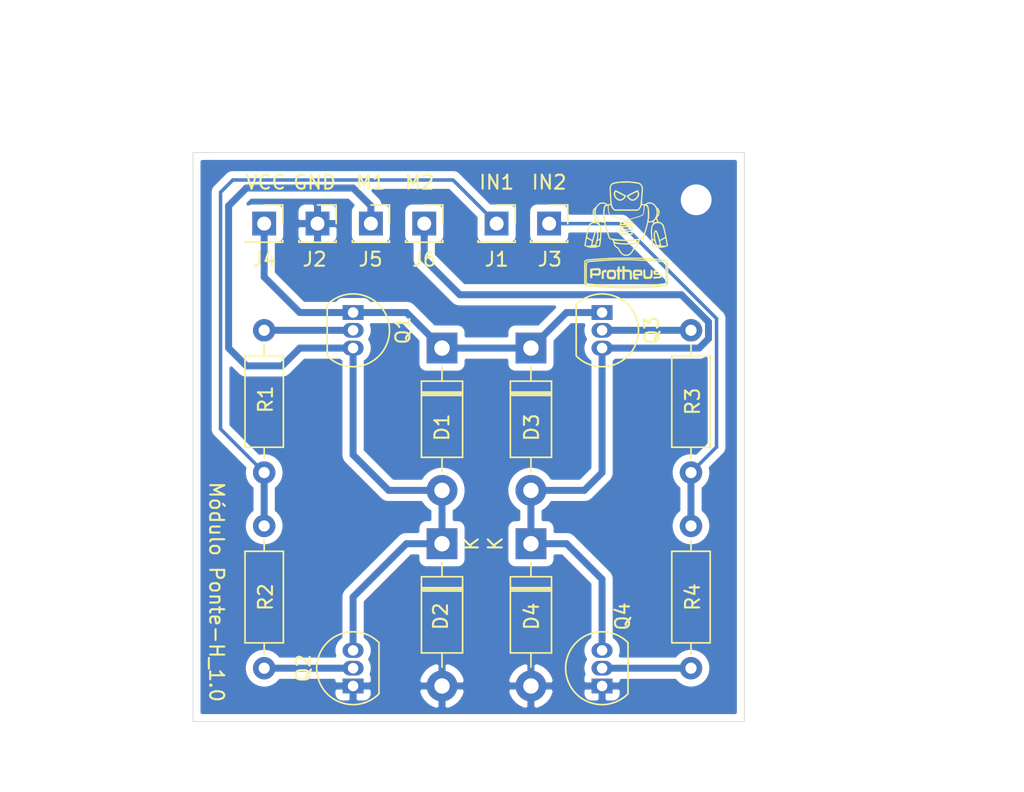
<source format=kicad_pcb>
(kicad_pcb (version 20171130) (host pcbnew 5.1.6-c6e7f7d~87~ubuntu18.04.1)

  (general
    (thickness 1.6)
    (drawings 16)
    (tracks 56)
    (zones 0)
    (modules 20)
    (nets 11)
  )

  (page A4)
  (layers
    (0 F.Cu signal)
    (31 B.Cu signal)
    (32 B.Adhes user)
    (33 F.Adhes user)
    (34 B.Paste user)
    (35 F.Paste user)
    (36 B.SilkS user)
    (37 F.SilkS user)
    (38 B.Mask user)
    (39 F.Mask user)
    (40 Dwgs.User user)
    (41 Cmts.User user)
    (42 Eco1.User user)
    (43 Eco2.User user)
    (44 Edge.Cuts user)
    (45 Margin user)
    (46 B.CrtYd user)
    (47 F.CrtYd user)
    (48 B.Fab user)
    (49 F.Fab user)
  )

  (setup
    (last_trace_width 0.25)
    (trace_clearance 0.2)
    (zone_clearance 0.508)
    (zone_45_only no)
    (trace_min 0.2)
    (via_size 0.8)
    (via_drill 0.4)
    (via_min_size 0.4)
    (via_min_drill 0.3)
    (uvia_size 0.3)
    (uvia_drill 0.1)
    (uvias_allowed no)
    (uvia_min_size 0.2)
    (uvia_min_drill 0.1)
    (edge_width 0.05)
    (segment_width 0.2)
    (pcb_text_width 0.3)
    (pcb_text_size 1.5 1.5)
    (mod_edge_width 0.12)
    (mod_text_size 1 1)
    (mod_text_width 0.15)
    (pad_size 1.524 1.524)
    (pad_drill 0.762)
    (pad_to_mask_clearance 0.05)
    (aux_axis_origin 0 0)
    (visible_elements FFFFFF7F)
    (pcbplotparams
      (layerselection 0x010fc_ffffffff)
      (usegerberextensions false)
      (usegerberattributes true)
      (usegerberadvancedattributes true)
      (creategerberjobfile true)
      (excludeedgelayer true)
      (linewidth 0.100000)
      (plotframeref false)
      (viasonmask false)
      (mode 1)
      (useauxorigin false)
      (hpglpennumber 1)
      (hpglpenspeed 20)
      (hpglpendiameter 15.000000)
      (psnegative false)
      (psa4output false)
      (plotreference true)
      (plotvalue true)
      (plotinvisibletext false)
      (padsonsilk false)
      (subtractmaskfromsilk false)
      (outputformat 1)
      (mirror false)
      (drillshape 1)
      (scaleselection 1)
      (outputdirectory ""))
  )

  (net 0 "")
  (net 1 "Net-(D1-Pad1)")
  (net 2 M1)
  (net 3 GND)
  (net 4 M2)
  (net 5 "Net-(J1-Pad1)")
  (net 6 "Net-(J3-Pad1)")
  (net 7 "Net-(Q1-Pad2)")
  (net 8 "Net-(Q2-Pad2)")
  (net 9 "Net-(Q3-Pad2)")
  (net 10 "Net-(Q4-Pad2)")

  (net_class Default "This is the default net class."
    (clearance 0.2)
    (trace_width 0.25)
    (via_dia 0.8)
    (via_drill 0.4)
    (uvia_dia 0.3)
    (uvia_drill 0.1)
    (add_net GND)
    (add_net M1)
    (add_net M2)
    (add_net "Net-(D1-Pad1)")
    (add_net "Net-(J1-Pad1)")
    (add_net "Net-(J3-Pad1)")
    (add_net "Net-(Q1-Pad2)")
    (add_net "Net-(Q2-Pad2)")
    (add_net "Net-(Q3-Pad2)")
    (add_net "Net-(Q4-Pad2)")
  )

  (module Diode_THT:D_DO-41_SOD81_P10.16mm_Horizontal (layer F.Cu) (tedit 5AE50CD5) (tstamp 5F148AF3)
    (at 101.6 53.34 270)
    (descr "Diode, DO-41_SOD81 series, Axial, Horizontal, pin pitch=10.16mm, , length*diameter=5.2*2.7mm^2, , http://www.diodes.com/_files/packages/DO-41%20(Plastic).pdf")
    (tags "Diode DO-41_SOD81 series Axial Horizontal pin pitch 10.16mm  length 5.2mm diameter 2.7mm")
    (path /5F14E836)
    (fp_text reference D1 (at 5.66 0 90) (layer F.SilkS)
      (effects (font (size 1 1) (thickness 0.15)))
    )
    (fp_text value 1N4007 (at 5.08 2.47 90) (layer F.Fab)
      (effects (font (size 1 1) (thickness 0.15)))
    )
    (fp_line (start 11.51 -1.6) (end -1.35 -1.6) (layer F.CrtYd) (width 0.05))
    (fp_line (start 11.51 1.6) (end 11.51 -1.6) (layer F.CrtYd) (width 0.05))
    (fp_line (start -1.35 1.6) (end 11.51 1.6) (layer F.CrtYd) (width 0.05))
    (fp_line (start -1.35 -1.6) (end -1.35 1.6) (layer F.CrtYd) (width 0.05))
    (fp_line (start 3.14 -1.47) (end 3.14 1.47) (layer F.SilkS) (width 0.12))
    (fp_line (start 3.38 -1.47) (end 3.38 1.47) (layer F.SilkS) (width 0.12))
    (fp_line (start 3.26 -1.47) (end 3.26 1.47) (layer F.SilkS) (width 0.12))
    (fp_line (start 8.82 0) (end 7.8 0) (layer F.SilkS) (width 0.12))
    (fp_line (start 1.34 0) (end 2.36 0) (layer F.SilkS) (width 0.12))
    (fp_line (start 7.8 -1.47) (end 2.36 -1.47) (layer F.SilkS) (width 0.12))
    (fp_line (start 7.8 1.47) (end 7.8 -1.47) (layer F.SilkS) (width 0.12))
    (fp_line (start 2.36 1.47) (end 7.8 1.47) (layer F.SilkS) (width 0.12))
    (fp_line (start 2.36 -1.47) (end 2.36 1.47) (layer F.SilkS) (width 0.12))
    (fp_line (start 3.16 -1.35) (end 3.16 1.35) (layer F.Fab) (width 0.1))
    (fp_line (start 3.36 -1.35) (end 3.36 1.35) (layer F.Fab) (width 0.1))
    (fp_line (start 3.26 -1.35) (end 3.26 1.35) (layer F.Fab) (width 0.1))
    (fp_line (start 10.16 0) (end 7.68 0) (layer F.Fab) (width 0.1))
    (fp_line (start 0 0) (end 2.48 0) (layer F.Fab) (width 0.1))
    (fp_line (start 7.68 -1.35) (end 2.48 -1.35) (layer F.Fab) (width 0.1))
    (fp_line (start 7.68 1.35) (end 7.68 -1.35) (layer F.Fab) (width 0.1))
    (fp_line (start 2.48 1.35) (end 7.68 1.35) (layer F.Fab) (width 0.1))
    (fp_line (start 2.48 -1.35) (end 2.48 1.35) (layer F.Fab) (width 0.1))
    (fp_text user %R (at 5.47 0 90) (layer F.Fab)
      (effects (font (size 1 1) (thickness 0.15)))
    )
    (fp_text user K (at 0 -2.1 90) (layer F.Fab) hide
      (effects (font (size 1 1) (thickness 0.15)))
    )
    (fp_text user K (at 0 -2.1 90) (layer F.SilkS) hide
      (effects (font (size 1 1) (thickness 0.15)))
    )
    (pad 1 thru_hole rect (at 0 0 270) (size 2.2 2.2) (drill 1.1) (layers *.Cu *.Mask)
      (net 1 "Net-(D1-Pad1)"))
    (pad 2 thru_hole oval (at 10.16 0 270) (size 2.2 2.2) (drill 1.1) (layers *.Cu *.Mask)
      (net 2 M1))
    (model ${KISYS3DMOD}/Diode_THT.3dshapes/D_DO-41_SOD81_P10.16mm_Horizontal.wrl
      (at (xyz 0 0 0))
      (scale (xyz 1 1 1))
      (rotate (xyz 0 0 0))
    )
  )

  (module MountingHole:MountingHole_2.2mm_M2 (layer F.Cu) (tedit 56D1B4CB) (tstamp 5F156DCB)
    (at 119.75 42.75)
    (descr "Mounting Hole 2.2mm, no annular, M2")
    (tags "mounting hole 2.2mm no annular m2")
    (attr virtual)
    (fp_text reference REF** (at 0.25 0) (layer F.SilkS) hide
      (effects (font (size 1 1) (thickness 0.15)))
    )
    (fp_text value MountingHole_2.2mm_M2 (at 0 3.2) (layer F.Fab)
      (effects (font (size 1 1) (thickness 0.15)))
    )
    (fp_text user %R (at 0.3 0) (layer F.Fab)
      (effects (font (size 1 1) (thickness 0.15)))
    )
    (fp_circle (center 0 0) (end 2.2 0) (layer Cmts.User) (width 0.15))
    (fp_circle (center 0 0) (end 2.45 0) (layer F.CrtYd) (width 0.05))
    (pad 1 np_thru_hole circle (at 0 0) (size 2.2 2.2) (drill 2.2) (layers *.Cu *.Mask))
  )

  (module MyLIB:logo_protheus_silk_8x8 (layer F.Cu) (tedit 0) (tstamp 5F156445)
    (at 114.75 45.25)
    (fp_text reference G*** (at 0 0) (layer F.SilkS) hide
      (effects (font (size 1.524 1.524) (thickness 0.3)))
    )
    (fp_text value LOGO (at 0.75 0) (layer F.SilkS) hide
      (effects (font (size 1.524 1.524) (thickness 0.3)))
    )
    (fp_poly (pts (xy 0.252319 1.623152) (xy 0.381 1.624632) (xy 0.54041 1.627049) (xy 0.699136 1.630006)
      (xy 0.852424 1.633375) (xy 0.995519 1.637032) (xy 1.123669 1.640849) (xy 1.232121 1.6447)
      (xy 1.31612 1.648458) (xy 1.349375 1.650387) (xy 1.617019 1.66811) (xy 1.854315 1.684186)
      (xy 2.062615 1.698725) (xy 2.243272 1.711836) (xy 2.397638 1.72363) (xy 2.527066 1.734217)
      (xy 2.63291 1.743706) (xy 2.71652 1.752209) (xy 2.779252 1.759835) (xy 2.822456 1.766694)
      (xy 2.845125 1.772095) (xy 2.904332 1.799282) (xy 2.953019 1.836001) (xy 2.960218 1.843838)
      (xy 3.000375 1.891561) (xy 3.000375 2.721639) (xy 3.000341 2.905253) (xy 3.000174 3.059778)
      (xy 2.999777 3.187876) (xy 2.999053 3.292208) (xy 2.997903 3.375435) (xy 2.996229 3.440218)
      (xy 2.993936 3.48922) (xy 2.990924 3.525101) (xy 2.987097 3.550522) (xy 2.982356 3.568145)
      (xy 2.976604 3.580632) (xy 2.969744 3.590642) (xy 2.968454 3.592298) (xy 2.953981 3.609119)
      (xy 2.937227 3.623948) (xy 2.915887 3.637113) (xy 2.887655 3.648941) (xy 2.850225 3.65976)
      (xy 2.801293 3.669897) (xy 2.738553 3.679679) (xy 2.6597 3.689436) (xy 2.562427 3.699493)
      (xy 2.444431 3.710179) (xy 2.303406 3.72182) (xy 2.137045 3.734746) (xy 1.943045 3.749282)
      (xy 1.778 3.76144) (xy 1.619925 3.771714) (xy 1.437113 3.78134) (xy 1.23527 3.790174)
      (xy 1.0201 3.798073) (xy 0.797307 3.804892) (xy 0.572597 3.810488) (xy 0.351675 3.814717)
      (xy 0.140245 3.817435) (xy -0.055988 3.818498) (xy -0.231319 3.817763) (xy -0.365125 3.81548)
      (xy -0.534498 3.810589) (xy -0.715714 3.804256) (xy -0.905838 3.796659) (xy -1.101934 3.787977)
      (xy -1.301066 3.778387) (xy -1.500298 3.768067) (xy -1.696694 3.757194) (xy -1.887318 3.745948)
      (xy -2.069234 3.734505) (xy -2.239507 3.723044) (xy -2.395199 3.711743) (xy -2.533376 3.700779)
      (xy -2.651101 3.69033) (xy -2.745437 3.680575) (xy -2.81345 3.671691) (xy -2.848103 3.665028)
      (xy -2.902102 3.641965) (xy -2.95116 3.607489) (xy -2.955259 3.603558) (xy -3.000376 3.558442)
      (xy -3.000376 2.913486) (xy -2.917908 2.913486) (xy -2.917828 3.092819) (xy -2.916944 3.242742)
      (xy -2.915262 3.3628) (xy -2.91279 3.452537) (xy -2.909533 3.511496) (xy -2.905499 3.539221)
      (xy -2.905001 3.540356) (xy -2.892032 3.556785) (xy -2.870025 3.570516) (xy -2.835434 3.58221)
      (xy -2.784711 3.592528) (xy -2.714312 3.602132) (xy -2.620689 3.611682) (xy -2.500296 3.621839)
      (xy -2.44475 3.626152) (xy -2.160092 3.646824) (xy -1.871785 3.665758) (xy -1.583651 3.682792)
      (xy -1.299513 3.697765) (xy -1.023191 3.710518) (xy -0.758508 3.72089) (xy -0.509285 3.728721)
      (xy -0.279346 3.733849) (xy -0.07251 3.736115) (xy 0.107398 3.735359) (xy 0.142875 3.734773)
      (xy 0.21268 3.733476) (xy 0.307663 3.731763) (xy 0.421258 3.72975) (xy 0.546896 3.727553)
      (xy 0.678011 3.725287) (xy 0.801687 3.723175) (xy 0.965338 3.719732) (xy 1.125988 3.714879)
      (xy 1.288387 3.708352) (xy 1.457286 3.699882) (xy 1.637436 3.689204) (xy 1.833587 3.67605)
      (xy 2.05049 3.660155) (xy 2.292897 3.641252) (xy 2.365375 3.635434) (xy 2.502078 3.624302)
      (xy 2.610726 3.615064) (xy 2.694917 3.607171) (xy 2.758251 3.600071) (xy 2.804327 3.593213)
      (xy 2.836745 3.586047) (xy 2.859105 3.57802) (xy 2.875005 3.568583) (xy 2.888046 3.557184)
      (xy 2.890135 3.555114) (xy 2.897051 3.547156) (xy 2.90285 3.53652) (xy 2.90763 3.520535)
      (xy 2.911488 3.496534) (xy 2.914524 3.461846) (xy 2.916836 3.413802) (xy 2.918521 3.349734)
      (xy 2.919679 3.266973) (xy 2.920407 3.162848) (xy 2.920805 3.034691) (xy 2.920969 2.879834)
      (xy 2.921 2.717085) (xy 2.921098 2.531715) (xy 2.921145 2.375519) (xy 2.920765 2.245925)
      (xy 2.919586 2.140357) (xy 2.917232 2.056244) (xy 2.913331 1.99101) (xy 2.907507 1.942082)
      (xy 2.899388 1.906886) (xy 2.888599 1.882849) (xy 2.874765 1.867397) (xy 2.857514 1.857957)
      (xy 2.836471 1.851954) (xy 2.811263 1.846814) (xy 2.794 1.843079) (xy 2.761483 1.838136)
      (xy 2.700382 1.831494) (xy 2.613801 1.823389) (xy 2.504845 1.814056) (xy 2.376621 1.803732)
      (xy 2.232234 1.792653) (xy 2.07479 1.781057) (xy 1.907393 1.769178) (xy 1.733151 1.757254)
      (xy 1.555167 1.745521) (xy 1.376549 1.734215) (xy 1.309687 1.730113) (xy 1.06056 1.717668)
      (xy 0.785097 1.708787) (xy 0.488507 1.703425) (xy 0.175997 1.701539) (xy -0.147223 1.703083)
      (xy -0.475944 1.708015) (xy -0.80496 1.716288) (xy -1.12906 1.727861) (xy -1.443037 1.742687)
      (xy -1.658938 1.755291) (xy -1.888967 1.770101) (xy -2.089218 1.783458) (xy -2.261621 1.795544)
      (xy -2.408105 1.806541) (xy -2.5306 1.816633) (xy -2.631035 1.826) (xy -2.711341 1.834826)
      (xy -2.773446 1.843292) (xy -2.819282 1.851582) (xy -2.850776 1.859877) (xy -2.86986 1.86836)
      (xy -2.872129 1.869923) (xy -2.913063 1.900482) (xy -2.917178 2.705199) (xy -2.917908 2.913486)
      (xy -3.000376 2.913486) (xy -3.000375 2.725924) (xy -3.000349 2.542137) (xy -3.000202 2.387437)
      (xy -2.999835 2.259165) (xy -2.999145 2.154658) (xy -2.998033 2.071254) (xy -2.996397 2.006293)
      (xy -2.994136 1.957111) (xy -2.99115 1.921049) (xy -2.987338 1.895444) (xy -2.982599 1.877634)
      (xy -2.976831 1.864958) (xy -2.969934 1.854755) (xy -2.967224 1.851261) (xy -2.94453 1.825106)
      (xy -2.919455 1.804096) (xy -2.887969 1.787272) (xy -2.846041 1.773678) (xy -2.789639 1.762356)
      (xy -2.714731 1.752347) (xy -2.617288 1.742695) (xy -2.493278 1.732441) (xy -2.454318 1.729414)
      (xy -2.09389 1.702646) (xy -1.759954 1.680046) (xy -1.447552 1.66143) (xy -1.151725 1.646616)
      (xy -0.867515 1.63542) (xy -0.589964 1.627658) (xy -0.314114 1.623149) (xy -0.035005 1.621708)
      (xy 0.252319 1.623152)) (layer F.SilkS) (width 0.01))
    (fp_poly (pts (xy 0.071202 -3.821094) (xy 0.101389 -3.819833) (xy 0.279993 -3.808738) (xy 0.447298 -3.794019)
      (xy 0.600078 -3.776186) (xy 0.735107 -3.755749) (xy 0.849155 -3.733218) (xy 0.938998 -3.709104)
      (xy 1.001407 -3.683917) (xy 1.015685 -3.675281) (xy 1.093856 -3.601892) (xy 1.153426 -3.503352)
      (xy 1.18273 -3.423263) (xy 1.189598 -3.39773) (xy 1.19469 -3.371825) (xy 1.197916 -3.341852)
      (xy 1.199188 -3.304118) (xy 1.198416 -3.254927) (xy 1.195514 -3.190584) (xy 1.190391 -3.107394)
      (xy 1.182958 -3.001663) (xy 1.173128 -2.869696) (xy 1.167715 -2.798367) (xy 1.158025 -2.67026)
      (xy 1.149164 -2.551593) (xy 1.141412 -2.446246) (xy 1.135051 -2.3581) (xy 1.13036 -2.291033)
      (xy 1.127622 -2.248927) (xy 1.127017 -2.236204) (xy 1.136232 -2.219368) (xy 1.167007 -2.20533)
      (xy 1.224273 -2.191897) (xy 1.228452 -2.191101) (xy 1.283786 -2.18142) (xy 1.319697 -2.179758)
      (xy 1.347943 -2.188152) (xy 1.380281 -2.208637) (xy 1.396286 -2.220159) (xy 1.504755 -2.280988)
      (xy 1.617967 -2.311984) (xy 1.732499 -2.313991) (xy 1.844927 -2.287859) (xy 1.951826 -2.234433)
      (xy 2.049771 -2.15456) (xy 2.135339 -2.049088) (xy 2.144372 -2.035133) (xy 2.183272 -1.98364)
      (xy 2.228678 -1.937361) (xy 2.249806 -1.920681) (xy 2.317024 -1.855861) (xy 2.362381 -1.769241)
      (xy 2.384944 -1.662896) (xy 2.38739 -1.6142) (xy 2.377509 -1.493225) (xy 2.345751 -1.394012)
      (xy 2.292409 -1.317398) (xy 2.27857 -1.304326) (xy 2.242098 -1.274432) (xy 2.213601 -1.254755)
      (xy 2.207186 -1.251667) (xy 2.204034 -1.235348) (xy 2.211172 -1.197467) (xy 2.225972 -1.145466)
      (xy 2.245803 -1.086786) (xy 2.268036 -1.028866) (xy 2.290043 -0.97915) (xy 2.309194 -0.945077)
      (xy 2.319194 -0.934665) (xy 2.347003 -0.924185) (xy 2.392754 -0.910422) (xy 2.420439 -0.90303)
      (xy 2.480229 -0.880837) (xy 2.537233 -0.842758) (xy 2.581728 -0.802622) (xy 2.620588 -0.762737)
      (xy 2.648654 -0.726586) (xy 2.670801 -0.685292) (xy 2.691901 -0.62998) (xy 2.713448 -0.562748)
      (xy 2.739205 -0.471433) (xy 2.768554 -0.353576) (xy 2.800459 -0.214044) (xy 2.83388 -0.057706)
      (xy 2.867782 0.110569) (xy 2.901126 0.285914) (xy 2.932876 0.46346) (xy 2.935948 0.481294)
      (xy 2.951497 0.572549) (xy 2.964983 0.652972) (xy 2.975547 0.717341) (xy 2.982332 0.760433)
      (xy 2.9845 0.776782) (xy 2.970804 0.789823) (xy 2.934877 0.809877) (xy 2.884457 0.833474)
      (xy 2.827283 0.857148) (xy 2.771093 0.87743) (xy 2.737377 0.88752) (xy 2.643609 0.906028)
      (xy 2.53112 0.918729) (xy 2.412548 0.924783) (xy 2.300532 0.923351) (xy 2.252535 0.91973)
      (xy 2.200523 0.912277) (xy 2.135785 0.89991) (xy 2.065147 0.884339) (xy 1.995437 0.86727)
      (xy 1.93348 0.850412) (xy 1.886105 0.835473) (xy 1.860137 0.82416) (xy 1.857253 0.82084)
      (xy 1.855186 0.804827) (xy 1.849578 0.762966) (xy 1.841187 0.700866) (xy 1.830769 0.624138)
      (xy 1.825763 0.587375) (xy 1.814017 0.49154) (xy 1.805088 0.406533) (xy 1.890867 0.406533)
      (xy 1.893272 0.449438) (xy 1.898978 0.510516) (xy 1.906446 0.574969) (xy 1.916748 0.652989)
      (xy 1.925641 0.705484) (xy 1.935016 0.738505) (xy 1.946767 0.758106) (xy 1.962787 0.770338)
      (xy 1.9685 0.77337) (xy 2.004978 0.785681) (xy 2.029329 0.785651) (xy 2.061722 0.77937)
      (xy 2.087636 0.777875) (xy 2.124801 0.777875) (xy 2.082369 0.618646) (xy 2.06284 0.547004)
      (xy 2.047408 0.499168) (xy 2.032167 0.46822) (xy 2.013214 0.447239) (xy 1.986645 0.429306)
      (xy 1.970194 0.419837) (xy 1.928958 0.39874) (xy 1.899944 0.388169) (xy 1.892266 0.388442)
      (xy 1.890867 0.406533) (xy 1.805088 0.406533) (xy 1.801798 0.375221) (xy 1.790168 0.249646)
      (xy 1.780191 0.126044) (xy 1.775162 0.053122) (xy 1.766588 -0.142907) (xy 1.766998 -0.202934)
      (xy 1.846739 -0.202934) (xy 1.848752 -0.063335) (xy 1.849986 -0.034443) (xy 1.855358 0.07079)
      (xy 1.860994 0.14921) (xy 1.86833 0.205733) (xy 1.878802 0.245274) (xy 1.893844 0.272748)
      (xy 1.914894 0.293072) (xy 1.943386 0.31116) (xy 1.952415 0.316228) (xy 1.992656 0.337463)
      (xy 2.011156 0.343031) (xy 2.013253 0.333846) (xy 2.010673 0.326192) (xy 2.0033 0.298195)
      (xy 1.992977 0.247844) (xy 1.981503 0.184178) (xy 1.976992 0.156995) (xy 1.963898 0.013132)
      (xy 1.968652 -0.041701) (xy 2.048999 -0.041701) (xy 2.050447 0.020717) (xy 2.052762 0.062678)
      (xy 2.064211 0.168791) (xy 2.086151 0.294313) (xy 2.116837 0.429356) (xy 2.118668 0.436562)
      (xy 2.143684 0.534477) (xy 2.162273 0.605974) (xy 2.175963 0.655369) (xy 2.186287 0.686979)
      (xy 2.194776 0.705122) (xy 2.20296 0.714115) (xy 2.212371 0.718275) (xy 2.219277 0.720257)
      (xy 2.251016 0.724057) (xy 2.296581 0.723848) (xy 2.343567 0.720401) (xy 2.379572 0.714492)
      (xy 2.391396 0.70952) (xy 2.392486 0.689461) (xy 2.385199 0.643803) (xy 2.370836 0.577184)
      (xy 2.350697 0.494243) (xy 2.340255 0.454101) (xy 2.430757 0.454101) (xy 2.43151 0.470732)
      (xy 2.438449 0.511295) (xy 2.450298 0.568863) (xy 2.45941 0.609457) (xy 2.494119 0.759659)
      (xy 2.600403 0.769721) (xy 2.658359 0.77562) (xy 2.705585 0.781168) (xy 2.7305 0.784925)
      (xy 2.757925 0.790666) (xy 2.76428 0.791908) (xy 2.784027 0.787497) (xy 2.820658 0.774249)
      (xy 2.831748 0.769724) (xy 2.872787 0.745454) (xy 2.889189 0.719312) (xy 2.88925 0.717757)
      (xy 2.886644 0.691984) (xy 2.879617 0.643771) (xy 2.869355 0.579868) (xy 2.857042 0.507028)
      (xy 2.843863 0.432001) (xy 2.831003 0.361538) (xy 2.819649 0.30239) (xy 2.810984 0.261307)
      (xy 2.806275 0.245109) (xy 2.791911 0.25083) (xy 2.756242 0.269003) (xy 2.705452 0.296189)
      (xy 2.645723 0.328946) (xy 2.583236 0.363834) (xy 2.524173 0.397413) (xy 2.474717 0.426241)
      (xy 2.44105 0.446878) (xy 2.430757 0.454101) (xy 2.340255 0.454101) (xy 2.326083 0.39962)
      (xy 2.298296 0.297953) (xy 2.268634 0.193882) (xy 2.2384 0.092046) (xy 2.208893 -0.002916)
      (xy 2.181415 -0.086365) (xy 2.157266 -0.153662) (xy 2.137746 -0.200167) (xy 2.134612 -0.206375)
      (xy 2.113664 -0.246063) (xy 2.078634 -0.16751) (xy 2.061994 -0.126036) (xy 2.052481 -0.087359)
      (xy 2.048999 -0.041701) (xy 1.968652 -0.041701) (xy 1.974733 -0.111814) (xy 2.009887 -0.220233)
      (xy 2.049978 -0.288704) (xy 2.083062 -0.323168) (xy 2.116303 -0.332649) (xy 2.15032 -0.316205)
      (xy 2.185733 -0.272893) (xy 2.223159 -0.201771) (xy 2.263218 -0.101898) (xy 2.306529 0.027669)
      (xy 2.3467 0.163038) (xy 2.37153 0.247681) (xy 2.390616 0.30537) (xy 2.405614 0.340023)
      (xy 2.418182 0.355563) (xy 2.428498 0.356558) (xy 2.451147 0.345302) (xy 2.494862 0.321489)
      (xy 2.553324 0.288625) (xy 2.619375 0.2507) (xy 2.683874 0.213249) (xy 2.737452 0.182041)
      (xy 2.774655 0.160258) (xy 2.790031 0.151084) (xy 2.790109 0.151029) (xy 2.790789 0.133088)
      (xy 2.784362 0.089538) (xy 2.772034 0.025416) (xy 2.755013 -0.054245) (xy 2.734508 -0.14441)
      (xy 2.711726 -0.240046) (xy 2.687875 -0.336118) (xy 2.664162 -0.427591) (xy 2.641797 -0.509433)
      (xy 2.621986 -0.576607) (xy 2.605937 -0.624081) (xy 2.601568 -0.634803) (xy 2.549579 -0.724196)
      (xy 2.482644 -0.787108) (xy 2.397965 -0.825278) (xy 2.292743 -0.840446) (xy 2.270125 -0.840872)
      (xy 2.157746 -0.827723) (xy 2.058 -0.789606) (xy 1.975284 -0.729175) (xy 1.913995 -0.649084)
      (xy 1.898196 -0.616365) (xy 1.87734 -0.546036) (xy 1.861501 -0.449926) (xy 1.851145 -0.333678)
      (xy 1.846739 -0.202934) (xy 1.766998 -0.202934) (xy 1.767735 -0.310564) (xy 1.778897 -0.451797)
      (xy 1.800366 -0.56855) (xy 1.832436 -0.66277) (xy 1.875399 -0.736404) (xy 1.8981 -0.763064)
      (xy 1.923359 -0.794043) (xy 1.928451 -0.821842) (xy 1.918705 -0.858314) (xy 1.905614 -0.895417)
      (xy 1.899117 -0.911568) (xy 1.985979 -0.911568) (xy 1.993507 -0.883673) (xy 2.002999 -0.870711)
      (xy 2.022165 -0.871148) (xy 2.059403 -0.885686) (xy 2.068914 -0.889963) (xy 2.117581 -0.908641)
      (xy 2.160153 -0.9194) (xy 2.170906 -0.920402) (xy 2.192329 -0.921884) (xy 2.202825 -0.929872)
      (xy 2.202549 -0.950466) (xy 2.191659 -0.989766) (xy 2.174037 -1.042832) (xy 2.14145 -1.139329)
      (xy 2.062912 -1.056287) (xy 2.014466 -0.999302) (xy 1.989718 -0.953291) (xy 1.985979 -0.911568)
      (xy 1.899117 -0.911568) (xy 1.897125 -0.916519) (xy 1.896412 -0.917721) (xy 1.880434 -0.916281)
      (xy 1.842896 -0.907557) (xy 1.801984 -0.896305) (xy 1.716753 -0.879338) (xy 1.645497 -0.879569)
      (xy 1.579562 -0.889157) (xy 1.528234 -0.678735) (xy 1.489039 -0.527726) (xy 1.440951 -0.357937)
      (xy 1.387163 -0.179946) (xy 1.330869 -0.004333) (xy 1.277447 0.152154) (xy 1.220792 0.312247)
      (xy 0.978534 0.357187) (xy 0.951029 0.4445) (xy 0.931702 0.507102) (xy 0.90901 0.582387)
      (xy 0.890846 0.64389) (xy 0.848166 0.756418) (xy 0.792317 0.842625) (xy 0.720574 0.906173)
      (xy 0.677434 0.930819) (xy 0.637579 0.951815) (xy 0.608504 0.97322) (xy 0.584275 1.002141)
      (xy 0.55896 1.045686) (xy 0.526628 1.110959) (xy 0.526032 1.112197) (xy 0.4532 1.23535)
      (xy 0.362759 1.342686) (xy 0.260438 1.428012) (xy 0.201166 1.463319) (xy 0.133517 1.48705)
      (xy 0.049761 1.500966) (xy -0.037179 1.504176) (xy -0.114378 1.495789) (xy -0.144744 1.487172)
      (xy -0.256666 1.429566) (xy -0.361161 1.345418) (xy -0.453122 1.23985) (xy -0.527441 1.117985)
      (xy -0.540666 1.090052) (xy -0.573517 1.02278) (xy -0.601494 0.980052) (xy -0.628772 0.955982)
      (xy -0.639526 0.950625) (xy -0.710761 0.911783) (xy -0.778594 0.858895) (xy -0.830784 0.801856)
      (xy -0.83933 0.789122) (xy -0.860845 0.744334) (xy -0.882933 0.682594) (xy -0.898897 0.624885)
      (xy -0.902349 0.611736) (xy -0.823161 0.611736) (xy -0.820056 0.627749) (xy -0.806361 0.664032)
      (xy -0.788454 0.705128) (xy -0.752845 0.76908) (xy -0.709108 0.815244) (xy -0.672855 0.840916)
      (xy -0.625434 0.869357) (xy -0.584896 0.890877) (xy -0.567885 0.898084) (xy -0.546686 0.917061)
      (xy -0.517573 0.960141) (xy -0.484118 1.021826) (xy -0.474407 1.041796) (xy -0.400897 1.172311)
      (xy -0.317445 1.277249) (xy -0.225942 1.355504) (xy -0.12828 1.40597) (xy -0.02635 1.427543)
      (xy 0.077957 1.419117) (xy 0.138657 1.400105) (xy 0.242138 1.341746) (xy 0.336336 1.253579)
      (xy 0.420514 1.136374) (xy 0.459882 1.064606) (xy 0.495052 0.995764) (xy 0.521871 0.948985)
      (xy 0.545815 0.917751) (xy 0.572363 0.895546) (xy 0.606994 0.875852) (xy 0.626824 0.865999)
      (xy 0.711517 0.809936) (xy 0.771326 0.738101) (xy 0.803212 0.655155) (xy 0.813365 0.604393)
      (xy 0.759901 0.620006) (xy 0.63733 0.648324) (xy 0.490071 0.670097) (xy 0.324515 0.685255)
      (xy 0.147058 0.693726) (xy -0.035908 0.695439) (xy -0.217989 0.690323) (xy -0.392791 0.678307)
      (xy -0.55392 0.659319) (xy -0.682625 0.636064) (xy -0.743749 0.623323) (xy -0.791825 0.614629)
      (xy -0.81945 0.611263) (xy -0.823161 0.611736) (xy -0.902349 0.611736) (xy -0.917607 0.553624)
      (xy -0.940106 0.480435) (xy -0.957116 0.432779) (xy -0.9597 0.426882) (xy -0.873545 0.426882)
      (xy -0.856625 0.457248) (xy -0.82776 0.488976) (xy -0.793732 0.513299) (xy -0.786641 0.516614)
      (xy -0.701964 0.543689) (xy -0.591046 0.566414) (xy -0.45913 0.584544) (xy -0.311461 0.597837)
      (xy -0.15328 0.606047) (xy 0.010168 0.60893) (xy 0.173642 0.606243) (xy 0.331897 0.59774)
      (xy 0.479691 0.583178) (xy 0.521571 0.577539) (xy 0.635323 0.558793) (xy 0.721485 0.53867)
      (xy 0.784215 0.515544) (xy 0.827671 0.487793) (xy 0.856012 0.453793) (xy 0.860745 0.445087)
      (xy 0.877174 0.409259) (xy 0.883982 0.38806) (xy 0.883642 0.386225) (xy 0.867167 0.386537)
      (xy 0.825364 0.39057) (xy 0.76435 0.397657) (xy 0.690241 0.407131) (xy 0.681709 0.408269)
      (xy 0.603468 0.416088) (xy 0.499036 0.422567) (xy 0.373945 0.427672) (xy 0.233726 0.43137)
      (xy 0.083912 0.433627) (xy -0.069965 0.434409) (xy -0.222374 0.433684) (xy -0.367783 0.431417)
      (xy -0.50066 0.427575) (xy -0.615472 0.422125) (xy -0.690563 0.416587) (xy -0.761405 0.410692)
      (xy -0.819679 0.406897) (xy -0.858702 0.405569) (xy -0.871735 0.406647) (xy -0.873545 0.426882)
      (xy -0.9597 0.426882) (xy -0.978464 0.384074) (xy -0.998544 0.357353) (xy -1.025402 0.34425)
      (xy -1.046626 0.339703) (xy -1.118613 0.327172) (xy -1.166498 0.316341) (xy -1.197174 0.30204)
      (xy -1.217536 0.279098) (xy -1.234479 0.242344) (xy -1.254897 0.186607) (xy -1.256468 0.182315)
      (xy -1.283802 0.104283) (xy -1.317064 0.003882) (xy -1.353909 -0.111277) (xy -1.391994 -0.23358)
      (xy -1.428974 -0.355416) (xy -1.462505 -0.469172) (xy -1.490245 -0.567237) (xy -1.508126 -0.635)
      (xy -1.531517 -0.729703) (xy -1.548715 -0.797876) (xy -1.56184 -0.843636) (xy -1.573014 -0.871095)
      (xy -1.584354 -0.884367) (xy -1.597983 -0.887567) (xy -1.61602 -0.884808) (xy -1.634947 -0.881093)
      (xy -1.697239 -0.879564) (xy -1.774751 -0.891164) (xy -1.79512 -0.89601) (xy -1.846243 -0.908384)
      (xy -1.88306 -0.915927) (xy -1.897074 -0.91706) (xy -1.903757 -0.900745) (xy -1.916081 -0.866027)
      (xy -1.918706 -0.858314) (xy -1.928735 -0.81889) (xy -1.92189 -0.79151) (xy -1.898101 -0.763064)
      (xy -1.848498 -0.690525) (xy -1.81049 -0.588955) (xy -1.784108 -0.45889) (xy -1.769379 -0.300868)
      (xy -1.766333 -0.115426) (xy -1.774997 0.096901) (xy -1.795402 0.335574) (xy -1.825842 0.587375)
      (xy -1.836882 0.668744) (xy -1.846231 0.73794) (xy -1.853133 0.789353) (xy -1.856835 0.817371)
      (xy -1.857254 0.82084) (xy -1.871292 0.826765) (xy -1.908547 0.839662) (xy -1.96191 0.8571)
      (xy -1.981341 0.863279) (xy -2.13284 0.90006) (xy -2.296822 0.920562) (xy -2.462971 0.924426)
      (xy -2.62097 0.911291) (xy -2.7305 0.889391) (xy -2.784095 0.872762) (xy -2.843183 0.850658)
      (xy -2.900193 0.826437) (xy -2.947556 0.803454) (xy -2.977699 0.785066) (xy -2.984501 0.776782)
      (xy -2.981932 0.757771) (xy -2.97694 0.726235) (xy -2.889542 0.726235) (xy -2.875536 0.745968)
      (xy -2.841757 0.765794) (xy -2.799768 0.780695) (xy -2.761133 0.785652) (xy -2.754313 0.784923)
      (xy -2.722459 0.780677) (xy -2.681754 0.776178) (xy -2.139439 0.776178) (xy -2.081751 0.782076)
      (xy -2.003649 0.782183) (xy -1.949393 0.764506) (xy -1.942571 0.75965) (xy -1.934969 0.740241)
      (xy -1.925585 0.697283) (xy -1.915456 0.638457) (xy -1.905619 0.571448) (xy -1.89711 0.503936)
      (xy -1.890969 0.443607) (xy -1.88823 0.398141) (xy -1.889932 0.375222) (xy -1.890548 0.374286)
      (xy -1.906469 0.378245) (xy -1.941043 0.395235) (xy -1.977147 0.415878) (xy -2.057159 0.464057)
      (xy -2.098299 0.620118) (xy -2.139439 0.776178) (xy -2.681754 0.776178) (xy -2.670734 0.77496)
      (xy -2.616279 0.769579) (xy -2.509995 0.759659) (xy -2.496262 0.700227) (xy -2.413 0.700227)
      (xy -2.400025 0.713983) (xy -2.385219 0.720113) (xy -2.353952 0.723857) (xy -2.308712 0.72384)
      (xy -2.261834 0.720758) (xy -2.22565 0.715307) (xy -2.213247 0.710413) (xy -2.204682 0.690659)
      (xy -2.190665 0.646083) (xy -2.172814 0.582815) (xy -2.152747 0.506987) (xy -2.132084 0.424728)
      (xy -2.112442 0.342169) (xy -2.095439 0.265441) (xy -2.094129 0.259196) (xy -2.070518 0.121736)
      (xy -2.062589 0.007793) (xy -2.070355 -0.08673) (xy -2.093831 -0.165933) (xy -2.095653 -0.170093)
      (xy -2.12954 -0.246063) (xy -2.152148 -0.203489) (xy -2.175972 -0.149772) (xy -2.205136 -0.069548)
      (xy -2.238233 0.032668) (xy -2.27386 0.152357) (xy -2.310611 0.285003) (xy -2.343473 0.411672)
      (xy -2.365793 0.501139) (xy -2.38514 0.57989) (xy -2.400277 0.642788) (xy -2.409964 0.684692)
      (xy -2.413 0.700227) (xy -2.496262 0.700227) (xy -2.475286 0.609457) (xy -2.461065 0.544884)
      (xy -2.450972 0.493061) (xy -2.446287 0.460923) (xy -2.446633 0.453946) (xy -2.474081 0.43448)
      (xy -2.519423 0.407025) (xy -2.576247 0.374954) (xy -2.638139 0.341639) (xy -2.698687 0.310452)
      (xy -2.751479 0.284766) (xy -2.790101 0.267953) (xy -2.808143 0.263386) (xy -2.808497 0.263642)
      (xy -2.814639 0.282612) (xy -2.824324 0.326024) (xy -2.836333 0.386927) (xy -2.84945 0.458373)
      (xy -2.862456 0.53341) (xy -2.874134 0.60509) (xy -2.883267 0.666462) (xy -2.888637 0.710577)
      (xy -2.889542 0.726235) (xy -2.97694 0.726235) (xy -2.974797 0.712699) (xy -2.963956 0.646788)
      (xy -2.950265 0.565259) (xy -2.935949 0.481294) (xy -2.904418 0.303796) (xy -2.871188 0.128009)
      (xy -2.870574 0.12494) (xy -2.784504 0.12494) (xy -2.784491 0.155925) (xy -2.782522 0.160306)
      (xy -2.76455 0.172607) (xy -2.726176 0.196166) (xy -2.673894 0.227229) (xy -2.614204 0.262046)
      (xy -2.553601 0.296864) (xy -2.498583 0.327933) (xy -2.455647 0.351502) (xy -2.431291 0.363817)
      (xy -2.428409 0.364774) (xy -2.421226 0.350541) (xy -2.407463 0.311315) (xy -2.388955 0.252721)
      (xy -2.367537 0.18038) (xy -2.362485 0.162718) (xy -2.315977 0.007182) (xy -2.27327 -0.117879)
      (xy -2.233731 -0.213426) (xy -2.196723 -0.280423) (xy -2.16161 -0.319831) (xy -2.127758 -0.332613)
      (xy -2.094531 -0.319732) (xy -2.065124 -0.28768) (xy -2.016622 -0.19379) (xy -1.988682 -0.079702)
      (xy -1.981802 0.050174) (xy -1.99648 0.191432) (xy -2.005769 0.238125) (xy -2.016728 0.29096)
      (xy -2.023371 0.329777) (xy -2.024272 0.346033) (xy -2.009537 0.341212) (xy -1.976264 0.323785)
      (xy -1.947015 0.306724) (xy -1.902873 0.277085) (xy -1.878943 0.2493) (xy -1.866736 0.21164)
      (xy -1.863188 0.190877) (xy -1.857405 0.132959) (xy -1.853536 0.052816) (xy -1.851506 -0.042499)
      (xy -1.851239 -0.145932) (xy -1.852659 -0.250433) (xy -1.855689 -0.348949) (xy -1.860255 -0.434426)
      (xy -1.866279 -0.499813) (xy -1.870936 -0.528176) (xy -1.909734 -0.633972) (xy -1.972438 -0.721014)
      (xy -2.055489 -0.786476) (xy -2.155329 -0.827535) (xy -2.265545 -0.841375) (xy -2.377585 -0.829971)
      (xy -2.468768 -0.795208) (xy -2.540602 -0.736263) (xy -2.588236 -0.665246) (xy -2.60628 -0.621932)
      (xy -2.627814 -0.55735) (xy -2.651661 -0.476499) (xy -2.676644 -0.38438) (xy -2.701586 -0.285994)
      (xy -2.725312 -0.186341) (xy -2.746643 -0.09042) (xy -2.764403 -0.003233) (xy -2.777416 0.07022)
      (xy -2.784504 0.12494) (xy -2.870574 0.12494) (xy -2.837295 -0.0412) (xy -2.803778 -0.198962)
      (xy -2.771674 -0.340409) (xy -2.74202 -0.460672) (xy -2.715854 -0.554884) (xy -2.713449 -0.562748)
      (xy -2.689243 -0.637713) (xy -2.668275 -0.690857) (xy -2.645672 -0.731057) (xy -2.616559 -0.767188)
      (xy -2.581729 -0.802622) (xy -2.520107 -0.856012) (xy -2.463419 -0.88871) (xy -2.42044 -0.90303)
      (xy -2.36326 -0.918736) (xy -2.32557 -0.935301) (xy -2.313282 -0.947111) (xy -2.203123 -0.947111)
      (xy -2.202132 -0.928377) (xy -2.190445 -0.921464) (xy -2.170907 -0.920334) (xy -2.134085 -0.913576)
      (xy -2.086044 -0.897236) (xy -2.071688 -0.891081) (xy -2.024381 -0.874442) (xy -1.997469 -0.879783)
      (xy -1.98632 -0.909543) (xy -1.985224 -0.936625) (xy -1.998121 -0.974784) (xy -2.034526 -1.026867)
      (xy -2.063016 -1.059307) (xy -2.140447 -1.142302) (xy -2.173536 -1.044319) (xy -2.193549 -0.983735)
      (xy -2.203123 -0.947111) (xy -2.313282 -0.947111) (xy -2.299911 -0.959961) (xy -2.278822 -0.999948)
      (xy -2.254842 -1.062496) (xy -2.254215 -1.064209) (xy -2.226417 -1.140198) (xy -2.20875 -1.191907)
      (xy -2.200957 -1.22506) (xy -2.202783 -1.245382) (xy -2.213971 -1.258597) (xy -2.234265 -1.270427)
      (xy -2.244734 -1.275977) (xy -2.302709 -1.324072) (xy -2.347901 -1.395161) (xy -2.378371 -1.482396)
      (xy -2.392178 -1.578932) (xy -2.390995 -1.603375) (xy -2.308136 -1.603375) (xy -2.304719 -1.552244)
      (xy -2.295819 -1.497153) (xy -2.283463 -1.445564) (xy -2.269675 -1.404937) (xy -2.256482 -1.382732)
      (xy -2.248197 -1.382657) (xy -2.247594 -1.400372) (xy -2.251401 -1.440738) (xy -2.258794 -1.495092)
      (xy -2.258967 -1.496219) (xy -2.265289 -1.604463) (xy -2.174487 -1.604463) (xy -2.169044 -1.490498)
      (xy -2.151646 -1.393907) (xy -2.119461 -1.30165) (xy -2.099122 -1.257509) (xy -2.031039 -1.147923)
      (xy -1.946529 -1.060861) (xy -1.849154 -0.999324) (xy -1.756944 -0.968929) (xy -1.712725 -0.963719)
      (xy -1.663193 -0.962899) (xy -1.620077 -0.966092) (xy -1.595104 -0.972918) (xy -1.593675 -0.974199)
      (xy -1.595116 -0.989689) (xy -1.600475 -1.029235) (xy -1.608738 -1.085531) (xy -1.612654 -1.11125)
      (xy -1.62164 -1.19066) (xy -1.628177 -1.290847) (xy -1.632199 -1.403588) (xy -1.632761 -1.44935)
      (xy -1.553167 -1.44935) (xy -1.54509 -1.286663) (xy -1.525705 -1.11763) (xy -1.494213 -0.936631)
      (xy -1.449813 -0.738045) (xy -1.397996 -0.539057) (xy -1.37837 -0.46998) (xy -1.353529 -0.386202)
      (xy -1.325015 -0.292561) (xy -1.294373 -0.193892) (xy -1.263148 -0.095033) (xy -1.232885 -0.000818)
      (xy -1.205127 0.083914) (xy -1.18142 0.154328) (xy -1.163307 0.205587) (xy -1.152334 0.232855)
      (xy -1.150568 0.235739) (xy -1.131644 0.241578) (xy -1.086551 0.25033) (xy -1.020661 0.261241)
      (xy -0.939343 0.273558) (xy -0.847968 0.286531) (xy -0.751904 0.299404) (xy -0.656522 0.311426)
      (xy -0.567192 0.321845) (xy -0.489284 0.329907) (xy -0.460375 0.332483) (xy -0.302774 0.344513)
      (xy -0.164899 0.352214) (xy -0.037539 0.355586) (xy 0.088518 0.354629) (xy 0.222486 0.349343)
      (xy 0.373576 0.339729) (xy 0.468312 0.332517) (xy 0.564126 0.32381) (xy 0.667106 0.312562)
      (xy 0.772031 0.299548) (xy 0.873678 0.285541) (xy 0.966827 0.271313) (xy 1.046257 0.25764)
      (xy 1.106746 0.245294) (xy 1.143072 0.235048) (xy 1.14989 0.23154) (xy 1.163754 0.209066)
      (xy 1.184683 0.160145) (xy 1.211353 0.088952) (xy 1.242437 -0.000338) (xy 1.276612 -0.103552)
      (xy 1.312552 -0.216513) (xy 1.348933 -0.335048) (xy 1.384429 -0.454982) (xy 1.417716 -0.572139)
      (xy 1.447469 -0.682347) (xy 1.472363 -0.781429) (xy 1.475285 -0.79375) (xy 1.510032 -0.970787)
      (xy 1.53606 -1.164371) (xy 1.551743 -1.360102) (xy 1.55575 -1.506859) (xy 1.553319 -1.606654)
      (xy 1.546594 -1.709384) (xy 1.536422 -1.808228) (xy 1.523654 -1.896368) (xy 1.509138 -1.966984)
      (xy 1.493722 -2.013257) (xy 1.492379 -2.015883) (xy 1.469887 -2.03433) (xy 1.427793 -2.053901)
      (xy 1.377776 -2.070265) (xy 1.331511 -2.079093) (xy 1.320482 -2.079626) (xy 1.313113 -2.065622)
      (xy 1.311815 -2.030292) (xy 1.313395 -2.010904) (xy 1.315458 -1.945734) (xy 1.310847 -1.859732)
      (xy 1.300758 -1.762828) (xy 1.28639 -1.664949) (xy 1.268939 -1.576023) (xy 1.254216 -1.520096)
      (xy 1.232398 -1.45815) (xy 1.210204 -1.418415) (xy 1.182018 -1.391788) (xy 1.170487 -1.384351)
      (xy 1.109633 -1.353787) (xy 1.021096 -1.317826) (xy 0.908269 -1.277564) (xy 0.774547 -1.234094)
      (xy 0.623325 -1.188512) (xy 0.457999 -1.141913) (xy 0.281963 -1.095391) (xy 0.246062 -1.086266)
      (xy 0.007937 -1.026139) (xy -0.142875 -1.06263) (xy -0.282598 -1.097802) (xy -0.425603 -1.136287)
      (xy -0.567671 -1.176745) (xy -0.704584 -1.217838) (xy -0.832125 -1.258225) (xy -0.946075 -1.296568)
      (xy -1.042216 -1.331529) (xy -1.11633 -1.361766) (xy -1.164199 -1.385943) (xy -1.167101 -1.387792)
      (xy -1.201585 -1.426248) (xy -1.232771 -1.491541) (xy -1.259507 -1.578831) (xy -1.280642 -1.683277)
      (xy -1.295023 -1.800039) (xy -1.3015 -1.924278) (xy -1.30175 -1.953774) (xy -1.302156 -1.997318)
      (xy -1.254989 -1.997318) (xy -1.253526 -1.920965) (xy -1.247416 -1.833932) (xy -1.237276 -1.743019)
      (xy -1.223724 -1.655023) (xy -1.207378 -1.576744) (xy -1.189299 -1.516162) (xy -1.171854 -1.47275)
      (xy -1.153991 -1.443965) (xy -1.127808 -1.422658) (xy -1.085405 -1.401681) (xy -1.043087 -1.38388)
      (xy -0.964309 -1.353551) (xy -0.868044 -1.320004) (xy -0.758945 -1.284534) (xy -0.641665 -1.248434)
      (xy -0.520856 -1.212999) (xy -0.401173 -1.179522) (xy -0.287268 -1.149298) (xy -0.183795 -1.123621)
      (xy -0.095405 -1.103784) (xy -0.026753 -1.091083) (xy 0.017508 -1.08681) (xy 0.023812 -1.087163)
      (xy 0.060086 -1.093615) (xy 0.120435 -1.106951) (xy 0.198327 -1.125618) (xy 0.287228 -1.148062)
      (xy 0.357187 -1.166435) (xy 0.496586 -1.204746) (xy 0.632265 -1.244038) (xy 0.760137 -1.282977)
      (xy 0.876116 -1.320225) (xy 0.976114 -1.354447) (xy 1.056044 -1.384305) (xy 1.111821 -1.408463)
      (xy 1.132402 -1.41994) (xy 1.169618 -1.455345) (xy 1.198833 -1.50776) (xy 1.220867 -1.580369)
      (xy 1.236538 -1.676353) (xy 1.246666 -1.798897) (xy 1.250118 -1.877219) (xy 1.252838 -1.96911)
      (xy 1.253541 -2.033811) (xy 1.251921 -2.075837) (xy 1.247674 -2.0997) (xy 1.240493 -2.109915)
      (xy 1.234261 -2.111375) (xy 1.202059 -2.114387) (xy 1.161621 -2.121145) (xy 1.126717 -2.124625)
      (xy 1.109951 -2.111051) (xy 1.102051 -2.085426) (xy 1.074326 -2.006189) (xy 1.030719 -1.92587)
      (xy 0.976437 -1.850874) (xy 0.916688 -1.787605) (xy 0.856682 -1.742468) (xy 0.807081 -1.722699)
      (xy 0.780991 -1.720883) (xy 0.726444 -1.719366) (xy 0.646733 -1.718167) (xy 0.545148 -1.717306)
      (xy 0.424983 -1.716802) (xy 0.289528 -1.716674) (xy 0.142077 -1.716943) (xy -0.014079 -1.717626)
      (xy -0.034367 -1.717744) (xy -0.822797 -1.722438) (xy -0.891617 -1.770681) (xy -0.952112 -1.826341)
      (xy -1.009652 -1.902532) (xy -1.057001 -1.988325) (xy -1.083991 -2.061223) (xy -1.102731 -2.130132)
      (xy -1.166046 -2.120008) (xy -1.209208 -2.109143) (xy -1.237919 -2.094702) (xy -1.2415 -2.090786)
      (xy -1.251186 -2.056191) (xy -1.254989 -1.997318) (xy -1.302156 -1.997318) (xy -1.302365 -2.01969)
      (xy -1.307598 -2.058627) (xy -1.322535 -2.075356) (xy -1.352259 -2.074646) (xy -1.401857 -2.061265)
      (xy -1.412875 -2.058) (xy -1.450241 -2.045851) (xy -1.473655 -2.031556) (xy -1.489193 -2.007171)
      (xy -1.502925 -1.964755) (xy -1.512845 -1.927273) (xy -1.525425 -1.864436) (xy -1.536917 -1.780599)
      (xy -1.546033 -1.686511) (xy -1.550738 -1.611313) (xy -1.553167 -1.44935) (xy -1.632761 -1.44935)
      (xy -1.633639 -1.520661) (xy -1.632429 -1.633843) (xy -1.628503 -1.734912) (xy -1.621794 -1.815644)
      (xy -1.618573 -1.838843) (xy -1.604734 -1.909316) (xy -1.586743 -1.982173) (xy -1.575036 -2.021406)
      (xy -1.555105 -2.07233) (xy -1.533495 -2.101378) (xy -1.502794 -2.117903) (xy -1.496989 -2.119866)
      (xy -1.454519 -2.135734) (xy -1.440284 -2.1498) (xy -1.454671 -2.166508) (xy -1.498065 -2.1903)
      (xy -1.503328 -2.192902) (xy -1.596168 -2.223922) (xy -1.696674 -2.232878) (xy -1.794348 -2.219916)
      (xy -1.874578 -2.18766) (xy -1.978142 -2.108828) (xy -2.061741 -2.007489) (xy -2.123549 -1.887195)
      (xy -2.161739 -1.751496) (xy -2.174487 -1.604463) (xy -2.265289 -1.604463) (xy -2.266849 -1.631169)
      (xy -2.258967 -1.710532) (xy -2.251512 -1.76507) (xy -2.247629 -1.805788) (xy -2.248138 -1.824021)
      (xy -2.248197 -1.824094) (xy -2.259613 -1.820603) (xy -2.273145 -1.793094) (xy -2.286765 -1.749027)
      (xy -2.298447 -1.695863) (xy -2.306167 -1.641063) (xy -2.308136 -1.603375) (xy -2.390995 -1.603375)
      (xy -2.387384 -1.67792) (xy -2.374851 -1.73537) (xy -2.351682 -1.794805) (xy -2.319528 -1.851958)
      (xy -2.283747 -1.899402) (xy -2.249698 -1.929708) (xy -2.229556 -1.93675) (xy -2.209639 -1.949029)
      (xy -2.180576 -1.980732) (xy -2.157515 -2.012157) (xy -2.075015 -2.119255) (xy -1.986179 -2.206222)
      (xy -1.897063 -2.26727) (xy -1.851034 -2.289079) (xy -1.807362 -2.301901) (xy -1.75465 -2.307989)
      (xy -1.68275 -2.30959) (xy -1.611935 -2.308415) (xy -1.561469 -2.303022) (xy -1.520007 -2.291028)
      (xy -1.476202 -2.27005) (xy -1.464818 -2.263824) (xy -1.415375 -2.234232) (xy -1.374958 -2.206178)
      (xy -1.357614 -2.191083) (xy -1.342399 -2.177675) (xy -1.322893 -2.172272) (xy -1.290888 -2.174705)
      (xy -1.238173 -2.184805) (xy -1.221777 -2.188298) (xy -1.110151 -2.212265) (xy -1.118561 -2.276914)
      (xy -1.125076 -2.33559) (xy -1.132497 -2.416703) (xy -1.140502 -2.515191) (xy -1.148769 -2.625989)
      (xy -1.156977 -2.744034) (xy -1.164802 -2.864262) (xy -1.171923 -2.981608) (xy -1.178018 -3.09101)
      (xy -1.182764 -3.187404) (xy -1.185839 -3.265725) (xy -1.186922 -3.32091) (xy -1.186409 -3.340558)
      (xy -1.097579 -3.340558) (xy -1.097128 -3.278296) (xy -1.094494 -3.193777) (xy -1.089984 -3.091687)
      (xy -1.083903 -2.97671) (xy -1.076556 -2.853532) (xy -1.06825 -2.726836) (xy -1.05929 -2.601309)
      (xy -1.049982 -2.481636) (xy -1.040632 -2.372501) (xy -1.031546 -2.278589) (xy -1.023029 -2.204586)
      (xy -1.016126 -2.159) (xy -0.988101 -2.058283) (xy -0.945172 -1.964446) (xy -0.892362 -1.887416)
      (xy -0.863999 -1.858461) (xy -0.808521 -1.80975) (xy 0.822557 -1.80975) (xy 0.894613 -1.889893)
      (xy 0.926957 -1.927377) (xy 0.953806 -1.963561) (xy 0.975977 -2.002043) (xy 0.994287 -2.046423)
      (xy 1.009555 -2.100301) (xy 1.019139 -2.149515) (xy 1.461161 -2.149515) (xy 1.477569 -2.131953)
      (xy 1.507007 -2.120963) (xy 1.535272 -2.109143) (xy 1.555213 -2.08828) (xy 1.572484 -2.050321)
      (xy 1.586464 -2.007803) (xy 1.623367 -1.850475) (xy 1.64464 -1.67154) (xy 1.649983 -1.477193)
      (xy 1.639098 -1.27363) (xy 1.627009 -1.166813) (xy 1.617586 -1.095573) (xy 1.609956 -1.03631)
      (xy 1.604988 -0.995873) (xy 1.603506 -0.981446) (xy 1.61725 -0.96693) (xy 1.653782 -0.960709)
      (xy 1.705359 -0.962363) (xy 1.764238 -0.971471) (xy 1.822677 -0.987613) (xy 1.840276 -0.994301)
      (xy 1.93867 -1.051275) (xy 2.021522 -1.13217) (xy 2.087693 -1.232609) (xy 2.136041 -1.348217)
      (xy 2.165426 -1.474618) (xy 2.174708 -1.607438) (xy 2.162747 -1.742298) (xy 2.139097 -1.833563)
      (xy 2.240203 -1.833563) (xy 2.251195 -1.762125) (xy 2.259312 -1.680765) (xy 2.261749 -1.588857)
      (xy 2.258504 -1.501065) (xy 2.251279 -1.440657) (xy 2.245543 -1.397111) (xy 2.249402 -1.383676)
      (xy 2.262249 -1.400397) (xy 2.279864 -1.438553) (xy 2.298687 -1.512383) (xy 2.303574 -1.600503)
      (xy 2.294862 -1.688842) (xy 2.272889 -1.763329) (xy 2.272031 -1.765196) (xy 2.240203 -1.833563)
      (xy 2.139097 -1.833563) (xy 2.128403 -1.874826) (xy 2.092088 -1.960563) (xy 2.045977 -2.032138)
      (xy 1.982275 -2.104175) (xy 1.911804 -2.165466) (xy 1.865312 -2.195408) (xy 1.79344 -2.220329)
      (xy 1.706871 -2.230887) (xy 1.618407 -2.226962) (xy 1.540852 -2.208432) (xy 1.519061 -2.198688)
      (xy 1.474891 -2.17111) (xy 1.461161 -2.149515) (xy 1.019139 -2.149515) (xy 1.022598 -2.167275)
      (xy 1.034233 -2.250945) (xy 1.045279 -2.354911) (xy 1.056552 -2.482771) (xy 1.068871 -2.638124)
      (xy 1.071061 -2.66666) (xy 1.083752 -2.834022) (xy 1.093869 -2.972963) (xy 1.10142 -3.086705)
      (xy 1.106414 -3.178471) (xy 1.108857 -3.251485) (xy 1.10876 -3.308968) (xy 1.10613 -3.354145)
      (xy 1.100974 -3.390239) (xy 1.093303 -3.420472) (xy 1.083123 -3.448067) (xy 1.073115 -3.470546)
      (xy 1.049482 -3.516639) (xy 1.023342 -3.5546) (xy 0.991154 -3.58575) (xy 0.949376 -3.611408)
      (xy 0.894467 -3.632895) (xy 0.822885 -3.651531) (xy 0.731088 -3.668636) (xy 0.615536 -3.685531)
      (xy 0.472687 -3.703537) (xy 0.436562 -3.707859) (xy 0.290217 -3.720754) (xy 0.124484 -3.727756)
      (xy -0.052037 -3.729054) (xy -0.230747 -3.72484) (xy -0.403047 -3.715303) (xy -0.560337 -3.700634)
      (xy -0.682546 -3.683097) (xy -0.805077 -3.658547) (xy -0.899882 -3.631583) (xy -0.97098 -3.599216)
      (xy -1.022391 -3.558456) (xy -1.058134 -3.506312) (xy -1.082227 -3.439796) (xy -1.095541 -3.375878)
      (xy -1.097579 -3.340558) (xy -1.186409 -3.340558) (xy -1.186354 -3.34266) (xy -1.163694 -3.463465)
      (xy -1.116365 -3.565363) (xy -1.04512 -3.647139) (xy -0.964771 -3.700714) (xy -0.905498 -3.723079)
      (xy -0.819813 -3.744588) (xy -0.713053 -3.764645) (xy -0.590556 -3.782653) (xy -0.457657 -3.798016)
      (xy -0.319695 -3.810138) (xy -0.182007 -3.818423) (xy -0.049929 -3.822273) (xy 0.071202 -3.821094)) (layer F.SilkS) (width 0.01))
    (fp_poly (pts (xy 0.448657 1.745312) (xy 0.590566 1.750172) (xy 0.746434 1.756436) (xy 0.913341 1.76392)
      (xy 1.08837 1.772441) (xy 1.268603 1.781814) (xy 1.451119 1.791855) (xy 1.633001 1.802379)
      (xy 1.81133 1.813203) (xy 1.983188 1.824142) (xy 2.145655 1.835011) (xy 2.295813 1.845628)
      (xy 2.430744 1.855807) (xy 2.547528 1.865365) (xy 2.643248 1.874117) (xy 2.714985 1.881878)
      (xy 2.759819 1.888466) (xy 2.773145 1.892027) (xy 2.810876 1.919278) (xy 2.847597 1.959349)
      (xy 2.852938 1.966878) (xy 2.88925 2.02082) (xy 2.88925 2.71776) (xy 2.889206 2.893117)
      (xy 2.888848 3.039525) (xy 2.887833 3.159789) (xy 2.885818 3.256709) (xy 2.882461 3.333089)
      (xy 2.87742 3.391731) (xy 2.870351 3.435437) (xy 2.860912 3.46701) (xy 2.848762 3.489252)
      (xy 2.833557 3.504965) (xy 2.814956 3.516952) (xy 2.792614 3.528014) (xy 2.790085 3.529214)
      (xy 2.751461 3.540595) (xy 2.682247 3.552853) (xy 2.583588 3.565828) (xy 2.456628 3.57936)
      (xy 2.380604 3.586491) (xy 1.654805 3.641985) (xy 0.926256 3.678114) (xy 0.202715 3.694649)
      (xy -0.508065 3.691364) (xy -0.867694 3.681827) (xy -1.198703 3.668576) (xy -1.522583 3.651552)
      (xy -1.852019 3.630003) (xy -2.199697 3.603179) (xy -2.206625 3.602608) (xy -2.355772 3.590172)
      (xy -2.47669 3.579561) (xy -2.572806 3.570136) (xy -2.647546 3.561261) (xy -2.704334 3.5523)
      (xy -2.746599 3.542614) (xy -2.777765 3.531567) (xy -2.801258 3.518522) (xy -2.820505 3.502841)
      (xy -2.837657 3.48527) (xy -2.88925 3.429466) (xy -2.889227 2.738649) (xy -2.809875 2.738649)
      (xy -2.809875 3.398693) (xy -2.773314 3.435254) (xy -2.761675 3.446377) (xy -2.749006 3.455615)
      (xy -2.731993 3.463456) (xy -2.707323 3.470389) (xy -2.671684 3.476901) (xy -2.621762 3.483482)
      (xy -2.554246 3.490617) (xy -2.465823 3.498797) (xy -2.353179 3.508508) (xy -2.213001 3.520238)
      (xy -2.174875 3.52341) (xy -1.7549 3.55555) (xy -1.355166 3.580104) (xy -0.965252 3.597448)
      (xy -0.574738 3.607962) (xy -0.173205 3.612021) (xy 0.223399 3.610292) (xy 0.37837 3.608315)
      (xy 0.537734 3.605657) (xy 0.695342 3.602463) (xy 0.845043 3.59888) (xy 0.98069 3.595052)
      (xy 1.09613 3.591127) (xy 1.175899 3.587717) (xy 1.424435 3.574766) (xy 1.653132 3.561198)
      (xy 1.873897 3.546201) (xy 2.09864 3.528962) (xy 2.33927 3.508668) (xy 2.357437 3.507075)
      (xy 2.481023 3.495788) (xy 2.576747 3.485939) (xy 2.64843 3.476955) (xy 2.699897 3.468262)
      (xy 2.73497 3.459285) (xy 2.757472 3.449451) (xy 2.76225 3.446316) (xy 2.801937 3.417644)
      (xy 2.806348 2.744666) (xy 2.807089 2.600323) (xy 2.807393 2.464921) (xy 2.80728 2.341958)
      (xy 2.80677 2.234932) (xy 2.805885 2.147339) (xy 2.804645 2.082679) (xy 2.803071 2.044448)
      (xy 2.802127 2.036169) (xy 2.796959 2.018193) (xy 2.789162 2.0029) (xy 2.77611 1.989876)
      (xy 2.755181 1.978705) (xy 2.723749 1.968973) (xy 2.679189 1.960264) (xy 2.618877 1.952164)
      (xy 2.540189 1.944257) (xy 2.440501 1.936129) (xy 2.317187 1.927365) (xy 2.167623 1.917549)
      (xy 1.989184 1.906268) (xy 1.974809 1.905367) (xy 1.809187 1.895051) (xy 1.640871 1.884691)
      (xy 1.475102 1.874601) (xy 1.317123 1.865096) (xy 1.172176 1.856491) (xy 1.045504 1.849098)
      (xy 0.94235 1.843233) (xy 0.896937 1.84074) (xy 0.77157 1.835304) (xy 0.619792 1.830882)
      (xy 0.446927 1.827475) (xy 0.258299 1.825084) (xy 0.05923 1.823709) (xy -0.144955 1.823351)
      (xy -0.348934 1.824009) (xy -0.547383 1.825684) (xy -0.734978 1.828377) (xy -0.906397 1.832088)
      (xy -1.056316 1.836816) (xy -1.143 1.840601) (xy -1.283055 1.848083) (xy -1.433586 1.856917)
      (xy -1.590934 1.866826) (xy -1.751445 1.87753) (xy -1.911462 1.88875) (xy -2.067329 1.900208)
      (xy -2.215389 1.911624) (xy -2.351985 1.922721) (xy -2.473462 1.933219) (xy -2.576163 1.94284)
      (xy -2.656432 1.951305) (xy -2.710611 1.958335) (xy -2.727578 1.961402) (xy -2.746575 1.967149)
      (xy -2.76241 1.976942) (xy -2.775368 1.993484) (xy -2.785737 2.019481) (xy -2.793803 2.057638)
      (xy -2.799852 2.110659) (xy -2.80417 2.18125) (xy -2.807045 2.272115) (xy -2.808762 2.385959)
      (xy -2.809607 2.525488) (xy -2.809868 2.693406) (xy -2.809875 2.738649) (xy -2.889227 2.738649)
      (xy -2.889226 2.734701) (xy -2.889128 2.566368) (xy -2.888774 2.426809) (xy -2.888053 2.313048)
      (xy -2.886856 2.22211) (xy -2.885072 2.151019) (xy -2.882591 2.0968) (xy -2.879302 2.056477)
      (xy -2.875095 2.027073) (xy -2.869861 2.005615) (xy -2.863488 1.989125) (xy -2.861445 1.984915)
      (xy -2.844259 1.954495) (xy -2.824228 1.930076) (xy -2.797514 1.910574) (xy -2.760281 1.894904)
      (xy -2.708693 1.881985) (xy -2.638913 1.870731) (xy -2.547105 1.860061) (xy -2.429433 1.848891)
      (xy -2.357438 1.842584) (xy -1.726739 1.794292) (xy -1.124016 1.760651) (xy -0.549082 1.741657)
      (xy -0.001751 1.737303) (xy 0.448657 1.745312)) (layer F.SilkS) (width 0.01))
    (fp_poly (pts (xy 0.460375 -0.015875) (xy -0.4445 -0.015875) (xy -0.4445 -0.206375) (xy -0.365125 -0.206375)
      (xy -0.365125 -0.09525) (xy 0.381 -0.09525) (xy 0.381 -0.206375) (xy -0.365125 -0.206375)
      (xy -0.4445 -0.206375) (xy -0.4445 -0.28575) (xy 0.460375 -0.28575) (xy 0.460375 -0.015875)) (layer F.SilkS) (width 0.01))
    (fp_poly (pts (xy 0.460375 -0.34925) (xy -0.4445 -0.34925) (xy -0.4445 -0.53975) (xy -0.365125 -0.53975)
      (xy -0.365125 -0.428625) (xy 0.381 -0.428625) (xy 0.381 -0.53975) (xy -0.365125 -0.53975)
      (xy -0.4445 -0.53975) (xy -0.4445 -0.619125) (xy 0.460375 -0.619125) (xy 0.460375 -0.34925)) (layer F.SilkS) (width 0.01))
    (fp_poly (pts (xy 0.460375 -0.682625) (xy 0.01852 -0.682625) (xy -0.096875 -0.682992) (xy -0.201784 -0.684025)
      (xy -0.292048 -0.685628) (xy -0.363509 -0.687704) (xy -0.412009 -0.690156) (xy -0.433389 -0.692886)
      (xy -0.433917 -0.693209) (xy -0.438921 -0.713089) (xy -0.442649 -0.756236) (xy -0.444434 -0.814173)
      (xy -0.4445 -0.828146) (xy -0.4445 -0.873125) (xy -0.365125 -0.873125) (xy -0.365125 -0.777875)
      (xy 0.381 -0.777875) (xy 0.381 -0.873125) (xy -0.365125 -0.873125) (xy -0.4445 -0.873125)
      (xy -0.4445 -0.9525) (xy 0.460375 -0.9525) (xy 0.460375 -0.682625)) (layer F.SilkS) (width 0.01))
    (fp_poly (pts (xy -0.727025 -3.16939) (xy -0.674188 -3.147061) (xy -0.600092 -3.112034) (xy -0.502622 -3.063351)
      (xy -0.379666 -3.000057) (xy -0.37592 -2.998109) (xy -0.26302 -2.939224) (xy -0.175314 -2.892886)
      (xy -0.109749 -2.857144) (xy -0.063273 -2.830046) (xy -0.032833 -2.809641) (xy -0.015376 -2.793978)
      (xy -0.007848 -2.781107) (xy -0.007199 -2.769076) (xy -0.008386 -2.763219) (xy -0.02408 -2.723311)
      (xy -0.04919 -2.678851) (xy -0.051171 -2.675906) (xy -0.135294 -2.572417) (xy -0.226444 -2.496499)
      (xy -0.322443 -2.449046) (xy -0.421112 -2.430957) (xy -0.520272 -2.443127) (xy -0.5715 -2.461799)
      (xy -0.646375 -2.507181) (xy -0.722434 -2.572879) (xy -0.789986 -2.649381) (xy -0.836869 -2.722254)
      (xy -0.870377 -2.812932) (xy -0.884458 -2.896879) (xy -0.885583 -2.935042) (xy -0.791705 -2.935042)
      (xy -0.782522 -2.840945) (xy -0.743174 -2.746086) (xy -0.675637 -2.654267) (xy -0.594287 -2.582535)
      (xy -0.507933 -2.540224) (xy -0.419303 -2.527849) (xy -0.331127 -2.545926) (xy -0.270144 -2.577626)
      (xy -0.237599 -2.603667) (xy -0.199978 -2.640176) (xy -0.163211 -2.680382) (xy -0.133231 -2.717513)
      (xy -0.11597 -2.744797) (xy -0.114983 -2.754762) (xy -0.12964 -2.762691) (xy -0.168435 -2.783064)
      (xy -0.227293 -2.813759) (xy -0.30214 -2.852652) (xy -0.388903 -2.897622) (xy -0.432808 -2.920341)
      (xy -0.746553 -3.082604) (xy -0.770152 -3.026125) (xy -0.791705 -2.935042) (xy -0.885583 -2.935042)
      (xy -0.886269 -2.95831) (xy -0.878394 -3.006281) (xy -0.857304 -3.057766) (xy -0.846618 -3.078854)
      (xy -0.818764 -3.127381) (xy -0.792604 -3.164619) (xy -0.777371 -3.179775) (xy -0.760715 -3.179976)
      (xy -0.727025 -3.16939)) (layer F.SilkS) (width 0.01))
    (fp_poly (pts (xy 0.823846 -3.179666) (xy 0.860616 -3.141359) (xy 0.892258 -3.080875) (xy 0.915094 -3.00775)
      (xy 0.925448 -2.931526) (xy 0.925687 -2.915473) (xy 0.912893 -2.811737) (xy 0.875022 -2.715464)
      (xy 0.809635 -2.621497) (xy 0.762701 -2.570574) (xy 0.6696 -2.494387) (xy 0.571904 -2.44716)
      (xy 0.472283 -2.429701) (xy 0.373404 -2.442816) (xy 0.357187 -2.44803) (xy 0.268534 -2.493631)
      (xy 0.183728 -2.564418) (xy 0.109585 -2.653965) (xy 0.071183 -2.717572) (xy 0.056529 -2.745571)
      (xy 0.15875 -2.745571) (xy 0.169876 -2.723539) (xy 0.198677 -2.688275) (xy 0.238284 -2.64669)
      (xy 0.281831 -2.605693) (xy 0.322449 -2.572195) (xy 0.347132 -2.556007) (xy 0.427045 -2.529499)
      (xy 0.510212 -2.529013) (xy 0.576257 -2.549812) (xy 0.667842 -2.609134) (xy 0.74235 -2.683381)
      (xy 0.796747 -2.767306) (xy 0.828001 -2.85566) (xy 0.833078 -2.943197) (xy 0.825826 -2.981609)
      (xy 0.816332 -3.015335) (xy 0.806552 -3.039671) (xy 0.792792 -3.053958) (xy 0.771357 -3.057538)
      (xy 0.738553 -3.049753) (xy 0.690685 -3.029945) (xy 0.62406 -2.997455) (xy 0.534981 -2.951626)
      (xy 0.471066 -2.918411) (xy 0.380536 -2.870926) (xy 0.30031 -2.827972) (xy 0.234414 -2.791775)
      (xy 0.18687 -2.764562) (xy 0.161704 -2.748561) (xy 0.15875 -2.745571) (xy 0.056529 -2.745571)
      (xy 0.03225 -2.791957) (xy 0.115344 -2.838537) (xy 0.154919 -2.860105) (xy 0.216969 -2.893169)
      (xy 0.295735 -2.934696) (xy 0.385461 -2.981652) (xy 0.480389 -3.031004) (xy 0.498485 -3.040375)
      (xy 0.604346 -3.094511) (xy 0.685578 -3.134437) (xy 0.745249 -3.161469) (xy 0.786428 -3.176918)
      (xy 0.812181 -3.182099) (xy 0.823846 -3.179666)) (layer F.SilkS) (width 0.01))
    (fp_poly (pts (xy -0.933322 2.494527) (xy -0.861364 2.502178) (xy -0.810507 2.517115) (xy -0.775535 2.541125)
      (xy -0.751234 2.575999) (xy -0.744393 2.590845) (xy -0.733501 2.635159) (xy -0.726138 2.702227)
      (xy -0.722305 2.783251) (xy -0.722002 2.86943) (xy -0.725228 2.951966) (xy -0.731984 3.02206)
      (xy -0.742269 3.070912) (xy -0.744393 3.076529) (xy -0.771856 3.120544) (xy -0.813886 3.1518)
      (xy -0.874129 3.171278) (xy -0.956233 3.179955) (xy -1.063843 3.178809) (xy -1.114536 3.175841)
      (xy -1.204484 3.165457) (xy -1.272582 3.14579) (xy -1.321465 3.113098) (xy -1.353771 3.063636)
      (xy -1.372137 2.993659) (xy -1.379201 2.899425) (xy -1.378477 2.810214) (xy -1.235573 2.810214)
      (xy -1.234544 2.895359) (xy -1.219366 2.954372) (xy -1.188722 2.99016) (xy -1.147316 3.004845)
      (xy -1.070654 3.012642) (xy -0.997832 3.013435) (xy -0.937625 3.007613) (xy -0.898808 2.995563)
      (xy -0.896003 2.993717) (xy -0.880752 2.978237) (xy -0.871463 2.954341) (xy -0.866752 2.914827)
      (xy -0.865232 2.852495) (xy -0.865188 2.833687) (xy -0.867032 2.755361) (xy -0.876017 2.70287)
      (xy -0.897323 2.671407) (xy -0.936132 2.656162) (xy -0.997624 2.652329) (xy -1.05887 2.653936)
      (xy -1.128825 2.659086) (xy -1.181058 2.667739) (xy -1.208699 2.67874) (xy -1.20918 2.679197)
      (xy -1.220148 2.704429) (xy -1.229615 2.751301) (xy -1.235545 2.809707) (xy -1.235573 2.810214)
      (xy -1.378477 2.810214) (xy -1.378403 2.801224) (xy -1.372369 2.698413) (xy -1.358612 2.621002)
      (xy -1.333199 2.565489) (xy -1.2922 2.528371) (xy -1.231681 2.506148) (xy -1.147711 2.495318)
      (xy -1.036356 2.492378) (xy -1.031597 2.492375) (xy -0.933322 2.494527)) (layer F.SilkS) (width 0.01))
    (fp_poly (pts (xy -0.460375 2.4765) (xy -0.301625 2.4765) (xy -0.301625 2.651125) (xy -0.460375 2.651125)
      (xy -0.460375 3.190875) (xy -0.619125 3.190875) (xy -0.619125 2.921) (xy -0.619292 2.822671)
      (xy -0.620139 2.751659) (xy -0.622188 2.703527) (xy -0.625961 2.673844) (xy -0.63198 2.658173)
      (xy -0.640766 2.652082) (xy -0.650875 2.651125) (xy -0.669224 2.647335) (xy -0.678782 2.630949)
      (xy -0.682287 2.594444) (xy -0.682625 2.563812) (xy -0.681202 2.513265) (xy -0.675163 2.486935)
      (xy -0.661856 2.477349) (xy -0.651633 2.4765) (xy -0.634316 2.472509) (xy -0.62412 2.45586)
      (xy -0.618519 2.419531) (xy -0.615914 2.377281) (xy -0.611188 2.278062) (xy -0.535782 2.273223)
      (xy -0.460375 2.268385) (xy -0.460375 2.4765)) (layer F.SilkS) (width 0.01))
    (fp_poly (pts (xy -0.111125 2.4765) (xy 0.064009 2.4765) (xy 0.165767 2.478499) (xy 0.245602 2.48676)
      (xy 0.306153 2.504681) (xy 0.350059 2.535658) (xy 0.379958 2.583087) (xy 0.39849 2.650367)
      (xy 0.408293 2.740892) (xy 0.412007 2.858061) (xy 0.412401 2.924968) (xy 0.41275 3.190875)
      (xy 0.272724 3.190875) (xy 0.267331 2.947216) (xy 0.264056 2.842103) (xy 0.259343 2.7654)
      (xy 0.252854 2.713784) (xy 0.244257 2.683934) (xy 0.240149 2.677341) (xy 0.22407 2.665049)
      (xy 0.196362 2.657164) (xy 0.150981 2.652834) (xy 0.08188 2.651211) (xy 0.053618 2.651125)
      (xy -0.111125 2.651125) (xy -0.111125 3.190875) (xy -0.269875 3.190875) (xy -0.269875 2.238375)
      (xy -0.111125 2.238375) (xy -0.111125 2.4765)) (layer F.SilkS) (width 0.01))
    (fp_poly (pts (xy 0.821902 2.488444) (xy 0.927283 2.491859) (xy 1.005593 2.498611) (xy 1.061463 2.510302)
      (xy 1.099523 2.528534) (xy 1.124405 2.554907) (xy 1.14074 2.591023) (xy 1.143409 2.599623)
      (xy 1.151299 2.644772) (xy 1.155851 2.708627) (xy 1.156195 2.778241) (xy 1.155925 2.786062)
      (xy 1.150937 2.913062) (xy 0.891992 2.917429) (xy 0.633047 2.921795) (xy 0.642937 3.024187)
      (xy 0.762 3.032125) (xy 0.881062 3.040062) (xy 0.881062 3.182937) (xy 0.762 3.186607)
      (xy 0.676835 3.184943) (xy 0.612104 3.17476) (xy 0.592371 3.167961) (xy 0.552268 3.144864)
      (xy 0.523133 3.113061) (xy 0.503429 3.067748) (xy 0.491618 3.004125) (xy 0.486161 2.917389)
      (xy 0.485315 2.833687) (xy 0.486902 2.740239) (xy 0.635 2.740239) (xy 0.635 2.795007)
      (xy 0.821531 2.790535) (xy 1.008062 2.786062) (xy 1.013009 2.743191) (xy 1.010416 2.697994)
      (xy 1.000545 2.667785) (xy 0.989942 2.653075) (xy 0.97288 2.643593) (xy 0.94306 2.638213)
      (xy 0.894183 2.635808) (xy 0.819951 2.63525) (xy 0.818702 2.63525) (xy 0.740136 2.635888)
      (xy 0.687932 2.639858) (xy 0.656704 2.650237) (xy 0.641064 2.670103) (xy 0.635625 2.702536)
      (xy 0.635 2.740239) (xy 0.486902 2.740239) (xy 0.487256 2.719455) (xy 0.49468 2.633135)
      (xy 0.51128 2.570939) (xy 0.540748 2.52908) (xy 0.586778 2.503771) (xy 0.653061 2.491223)
      (xy 0.743291 2.487649) (xy 0.821902 2.488444)) (layer F.SilkS) (width 0.01))
    (fp_poly (pts (xy -1.412875 2.667) (xy -1.491692 2.667) (xy -1.5436 2.67004) (xy -1.573215 2.681104)
      (xy -1.586942 2.697706) (xy -1.593025 2.724456) (xy -1.598091 2.776033) (xy -1.601677 2.84552)
      (xy -1.60332 2.925998) (xy -1.603375 2.943768) (xy -1.603247 3.031282) (xy -1.604365 3.091653)
      (xy -1.608988 3.129473) (xy -1.619375 3.149331) (xy -1.637783 3.15582) (xy -1.666469 3.15353)
      (xy -1.703648 3.147652) (xy -1.748357 3.140937) (xy -1.743335 2.881389) (xy -1.74125 2.7847)
      (xy -1.73881 2.714479) (xy -1.735257 2.665445) (xy -1.729834 2.632318) (xy -1.721782 2.609819)
      (xy -1.710343 2.592666) (xy -1.70026 2.581381) (xy -1.657326 2.547058) (xy -1.599559 2.522914)
      (xy -1.519777 2.506263) (xy -1.488282 2.502061) (xy -1.412875 2.492982) (xy -1.412875 2.667)) (layer F.SilkS) (width 0.01))
    (fp_poly (pts (xy 1.365484 2.702718) (xy 1.367425 2.812145) (xy 1.372919 2.892368) (xy 1.381883 2.942381)
      (xy 1.385919 2.95275) (xy 1.397585 2.971899) (xy 1.413495 2.983635) (xy 1.440839 2.989766)
      (xy 1.486803 2.992096) (xy 1.543904 2.992437) (xy 1.613929 2.991712) (xy 1.664685 2.986588)
      (xy 1.699419 2.972638) (xy 1.721377 2.945438) (xy 1.733805 2.900561) (xy 1.739951 2.833584)
      (xy 1.74306 2.740079) (xy 1.743543 2.720309) (xy 1.748774 2.504786) (xy 1.797121 2.514455)
      (xy 1.839312 2.521446) (xy 1.868752 2.524125) (xy 1.877822 2.52844) (xy 1.883898 2.54435)
      (xy 1.887315 2.5763) (xy 1.888408 2.628736) (xy 1.88751 2.706105) (xy 1.886353 2.758281)
      (xy 1.881595 2.878251) (xy 1.871638 2.970377) (xy 1.853118 3.038508) (xy 1.822666 3.086498)
      (xy 1.776918 3.118198) (xy 1.712506 3.137459) (xy 1.626064 3.148134) (xy 1.541404 3.152968)
      (xy 1.452785 3.155215) (xy 1.389556 3.15276) (xy 1.345648 3.145173) (xy 1.325562 3.137751)
      (xy 1.293611 3.12042) (xy 1.26962 3.099649) (xy 1.252341 3.070822) (xy 1.240524 3.029323)
      (xy 1.232921 2.970534) (xy 1.228281 2.889841) (xy 1.225357 2.782625) (xy 1.225032 2.766218)
      (xy 1.219752 2.492375) (xy 1.36525 2.492375) (xy 1.365484 2.702718)) (layer F.SilkS) (width 0.01))
    (fp_poly (pts (xy 2.14879 2.53681) (xy 2.210481 2.540544) (xy 2.259769 2.546252) (xy 2.288162 2.552866)
      (xy 2.291195 2.55472) (xy 2.29913 2.578717) (xy 2.299147 2.613472) (xy 2.293738 2.64059)
      (xy 2.279784 2.654326) (xy 2.248543 2.659562) (xy 2.214562 2.660726) (xy 2.154015 2.662466)
      (xy 2.118525 2.666188) (xy 2.1014 2.674379) (xy 2.09595 2.689525) (xy 2.0955 2.704989)
      (xy 2.098343 2.7278) (xy 2.110063 2.743654) (xy 2.135448 2.753788) (xy 2.179286 2.759437)
      (xy 2.246362 2.761837) (xy 2.317289 2.76225) (xy 2.410931 2.763955) (xy 2.477458 2.771003)
      (xy 2.521413 2.786292) (xy 2.547335 2.812719) (xy 2.559768 2.853181) (xy 2.563251 2.910577)
      (xy 2.563283 2.919206) (xy 2.56135 2.968793) (xy 2.553298 3.008206) (xy 2.535744 3.038934)
      (xy 2.505307 3.062465) (xy 2.458607 3.08029) (xy 2.392261 3.093897) (xy 2.302888 3.104775)
      (xy 2.187107 3.114414) (xy 2.107406 3.119964) (xy 1.952625 3.130338) (xy 1.952625 3.004897)
      (xy 2.050203 2.994698) (xy 2.120505 2.989175) (xy 2.202064 2.985373) (xy 2.260547 2.984256)
      (xy 2.33309 2.982101) (xy 2.379057 2.974382) (xy 2.403471 2.958654) (xy 2.411351 2.932473)
      (xy 2.410302 2.911339) (xy 2.405062 2.865437) (xy 2.206625 2.861322) (xy 2.1116 2.858275)
      (xy 2.04376 2.851666) (xy 1.998546 2.838449) (xy 1.971396 2.815573) (xy 1.957751 2.779991)
      (xy 1.95305 2.728653) (xy 1.952625 2.691514) (xy 1.956122 2.62385) (xy 1.969874 2.578326)
      (xy 1.998772 2.551083) (xy 2.047705 2.538267) (xy 2.121564 2.536019) (xy 2.14879 2.53681)) (layer F.SilkS) (width 0.01))
    (fp_poly (pts (xy -1.966468 2.383599) (xy -1.916247 2.389735) (xy -1.888246 2.397595) (xy -1.851563 2.42916)
      (xy -1.827096 2.48016) (xy -1.81365 2.554395) (xy -1.809985 2.646367) (xy -1.812905 2.735418)
      (xy -1.823736 2.803273) (xy -1.846088 2.852467) (xy -1.883573 2.885534) (xy -1.9398 2.905008)
      (xy -2.018379 2.913423) (xy -2.122922 2.913313) (xy -2.186782 2.910819) (xy -2.413 2.900309)
      (xy -2.413 3.095625) (xy -2.464594 3.093783) (xy -2.509953 3.090262) (xy -2.543969 3.084681)
      (xy -2.553377 3.079837) (xy -2.5604 3.068172) (xy -2.56538 3.045592) (xy -2.568662 3.008002)
      (xy -2.570588 2.951306) (xy -2.571503 2.871409) (xy -2.571749 2.764215) (xy -2.57175 2.75345)
      (xy -2.571671 2.644415) (xy -2.571136 2.562977) (xy -2.570684 2.544754) (xy -2.413 2.544754)
      (xy -2.413 2.76225) (xy -2.199247 2.76225) (xy -2.112456 2.761887) (xy -2.052053 2.760323)
      (xy -2.012677 2.756843) (xy -1.98897 2.750731) (xy -1.975572 2.741273) (xy -1.969059 2.731543)
      (xy -1.957809 2.694798) (xy -1.952659 2.646954) (xy -1.952625 2.643187) (xy -1.957108 2.595345)
      (xy -1.968003 2.556922) (xy -1.969059 2.554831) (xy -1.980581 2.540412) (xy -2.000114 2.530734)
      (xy -2.032233 2.525484) (xy -2.08151 2.524351) (xy -2.152522 2.527022) (xy -2.249841 2.533184)
      (xy -2.267687 2.534439) (xy -2.413 2.544754) (xy -2.570684 2.544754) (xy -2.569697 2.504984)
      (xy -2.566907 2.466283) (xy -2.562318 2.442721) (xy -2.555483 2.430146) (xy -2.545955 2.424405)
      (xy -2.536032 2.421929) (xy -2.4939 2.41544) (xy -2.42823 2.408091) (xy -2.347197 2.400535)
      (xy -2.258978 2.393424) (xy -2.171748 2.387409) (xy -2.093682 2.383145) (xy -2.032957 2.381282)
      (xy -2.026147 2.38125) (xy -1.966468 2.383599)) (layer F.SilkS) (width 0.01))
  )

  (module Diode_THT:D_DO-41_SOD81_P10.16mm_Horizontal (layer F.Cu) (tedit 5AE50CD5) (tstamp 5F148B12)
    (at 101.6 67.31 270)
    (descr "Diode, DO-41_SOD81 series, Axial, Horizontal, pin pitch=10.16mm, , length*diameter=5.2*2.7mm^2, , http://www.diodes.com/_files/packages/DO-41%20(Plastic).pdf")
    (tags "Diode DO-41_SOD81 series Axial Horizontal pin pitch 10.16mm  length 5.2mm diameter 2.7mm")
    (path /5F166884)
    (fp_text reference D2 (at 5.19 0.1 90) (layer F.SilkS)
      (effects (font (size 1 1) (thickness 0.15)))
    )
    (fp_text value 1N4007 (at 5.08 2.47 90) (layer F.Fab)
      (effects (font (size 1 1) (thickness 0.15)))
    )
    (fp_line (start 11.51 -1.6) (end -1.35 -1.6) (layer F.CrtYd) (width 0.05))
    (fp_line (start 11.51 1.6) (end 11.51 -1.6) (layer F.CrtYd) (width 0.05))
    (fp_line (start -1.35 1.6) (end 11.51 1.6) (layer F.CrtYd) (width 0.05))
    (fp_line (start -1.35 -1.6) (end -1.35 1.6) (layer F.CrtYd) (width 0.05))
    (fp_line (start 3.14 -1.47) (end 3.14 1.47) (layer F.SilkS) (width 0.12))
    (fp_line (start 3.38 -1.47) (end 3.38 1.47) (layer F.SilkS) (width 0.12))
    (fp_line (start 3.26 -1.47) (end 3.26 1.47) (layer F.SilkS) (width 0.12))
    (fp_line (start 8.82 0) (end 7.8 0) (layer F.SilkS) (width 0.12))
    (fp_line (start 1.34 0) (end 2.36 0) (layer F.SilkS) (width 0.12))
    (fp_line (start 7.8 -1.47) (end 2.36 -1.47) (layer F.SilkS) (width 0.12))
    (fp_line (start 7.8 1.47) (end 7.8 -1.47) (layer F.SilkS) (width 0.12))
    (fp_line (start 2.36 1.47) (end 7.8 1.47) (layer F.SilkS) (width 0.12))
    (fp_line (start 2.36 -1.47) (end 2.36 1.47) (layer F.SilkS) (width 0.12))
    (fp_line (start 3.16 -1.35) (end 3.16 1.35) (layer F.Fab) (width 0.1))
    (fp_line (start 3.36 -1.35) (end 3.36 1.35) (layer F.Fab) (width 0.1))
    (fp_line (start 3.26 -1.35) (end 3.26 1.35) (layer F.Fab) (width 0.1))
    (fp_line (start 10.16 0) (end 7.68 0) (layer F.Fab) (width 0.1))
    (fp_line (start 0 0) (end 2.48 0) (layer F.Fab) (width 0.1))
    (fp_line (start 7.68 -1.35) (end 2.48 -1.35) (layer F.Fab) (width 0.1))
    (fp_line (start 7.68 1.35) (end 7.68 -1.35) (layer F.Fab) (width 0.1))
    (fp_line (start 2.48 1.35) (end 7.68 1.35) (layer F.Fab) (width 0.1))
    (fp_line (start 2.48 -1.35) (end 2.48 1.35) (layer F.Fab) (width 0.1))
    (fp_text user %R (at 5.47 0 90) (layer F.Fab)
      (effects (font (size 1 1) (thickness 0.15)))
    )
    (fp_text user K (at 0 -2.1 90) (layer F.Fab)
      (effects (font (size 1 1) (thickness 0.15)))
    )
    (fp_text user K (at 0 -2.1 90) (layer F.SilkS)
      (effects (font (size 1 1) (thickness 0.15)))
    )
    (pad 1 thru_hole rect (at 0 0 270) (size 2.2 2.2) (drill 1.1) (layers *.Cu *.Mask)
      (net 2 M1))
    (pad 2 thru_hole oval (at 10.16 0 270) (size 2.2 2.2) (drill 1.1) (layers *.Cu *.Mask)
      (net 3 GND))
    (model ${KISYS3DMOD}/Diode_THT.3dshapes/D_DO-41_SOD81_P10.16mm_Horizontal.wrl
      (at (xyz 0 0 0))
      (scale (xyz 1 1 1))
      (rotate (xyz 0 0 0))
    )
  )

  (module Diode_THT:D_DO-41_SOD81_P10.16mm_Horizontal (layer F.Cu) (tedit 5AE50CD5) (tstamp 5F148B31)
    (at 107.95 53.34 270)
    (descr "Diode, DO-41_SOD81 series, Axial, Horizontal, pin pitch=10.16mm, , length*diameter=5.2*2.7mm^2, , http://www.diodes.com/_files/packages/DO-41%20(Plastic).pdf")
    (tags "Diode DO-41_SOD81 series Axial Horizontal pin pitch 10.16mm  length 5.2mm diameter 2.7mm")
    (path /5F165B41)
    (fp_text reference D3 (at 5.66 -0.05 90) (layer F.SilkS)
      (effects (font (size 1 1) (thickness 0.15)))
    )
    (fp_text value 1N4007 (at 5.08 2.47 90) (layer F.Fab)
      (effects (font (size 1 1) (thickness 0.15)))
    )
    (fp_text user K (at 0 -2.1 90) (layer F.SilkS) hide
      (effects (font (size 1 1) (thickness 0.15)))
    )
    (fp_text user K (at 0 -2.1 90) (layer F.Fab)
      (effects (font (size 1 1) (thickness 0.15)))
    )
    (fp_text user %R (at 5.47 0 90) (layer F.Fab)
      (effects (font (size 1 1) (thickness 0.15)))
    )
    (fp_line (start 2.48 -1.35) (end 2.48 1.35) (layer F.Fab) (width 0.1))
    (fp_line (start 2.48 1.35) (end 7.68 1.35) (layer F.Fab) (width 0.1))
    (fp_line (start 7.68 1.35) (end 7.68 -1.35) (layer F.Fab) (width 0.1))
    (fp_line (start 7.68 -1.35) (end 2.48 -1.35) (layer F.Fab) (width 0.1))
    (fp_line (start 0 0) (end 2.48 0) (layer F.Fab) (width 0.1))
    (fp_line (start 10.16 0) (end 7.68 0) (layer F.Fab) (width 0.1))
    (fp_line (start 3.26 -1.35) (end 3.26 1.35) (layer F.Fab) (width 0.1))
    (fp_line (start 3.36 -1.35) (end 3.36 1.35) (layer F.Fab) (width 0.1))
    (fp_line (start 3.16 -1.35) (end 3.16 1.35) (layer F.Fab) (width 0.1))
    (fp_line (start 2.36 -1.47) (end 2.36 1.47) (layer F.SilkS) (width 0.12))
    (fp_line (start 2.36 1.47) (end 7.8 1.47) (layer F.SilkS) (width 0.12))
    (fp_line (start 7.8 1.47) (end 7.8 -1.47) (layer F.SilkS) (width 0.12))
    (fp_line (start 7.8 -1.47) (end 2.36 -1.47) (layer F.SilkS) (width 0.12))
    (fp_line (start 1.34 0) (end 2.36 0) (layer F.SilkS) (width 0.12))
    (fp_line (start 8.82 0) (end 7.8 0) (layer F.SilkS) (width 0.12))
    (fp_line (start 3.26 -1.47) (end 3.26 1.47) (layer F.SilkS) (width 0.12))
    (fp_line (start 3.38 -1.47) (end 3.38 1.47) (layer F.SilkS) (width 0.12))
    (fp_line (start 3.14 -1.47) (end 3.14 1.47) (layer F.SilkS) (width 0.12))
    (fp_line (start -1.35 -1.6) (end -1.35 1.6) (layer F.CrtYd) (width 0.05))
    (fp_line (start -1.35 1.6) (end 11.51 1.6) (layer F.CrtYd) (width 0.05))
    (fp_line (start 11.51 1.6) (end 11.51 -1.6) (layer F.CrtYd) (width 0.05))
    (fp_line (start 11.51 -1.6) (end -1.35 -1.6) (layer F.CrtYd) (width 0.05))
    (pad 2 thru_hole oval (at 10.16 0 270) (size 2.2 2.2) (drill 1.1) (layers *.Cu *.Mask)
      (net 4 M2))
    (pad 1 thru_hole rect (at 0 0 270) (size 2.2 2.2) (drill 1.1) (layers *.Cu *.Mask)
      (net 1 "Net-(D1-Pad1)"))
    (model ${KISYS3DMOD}/Diode_THT.3dshapes/D_DO-41_SOD81_P10.16mm_Horizontal.wrl
      (at (xyz 0 0 0))
      (scale (xyz 1 1 1))
      (rotate (xyz 0 0 0))
    )
  )

  (module Diode_THT:D_DO-41_SOD81_P10.16mm_Horizontal (layer F.Cu) (tedit 5AE50CD5) (tstamp 5F149DE1)
    (at 107.95 67.31 270)
    (descr "Diode, DO-41_SOD81 series, Axial, Horizontal, pin pitch=10.16mm, , length*diameter=5.2*2.7mm^2, , http://www.diodes.com/_files/packages/DO-41%20(Plastic).pdf")
    (tags "Diode DO-41_SOD81 series Axial Horizontal pin pitch 10.16mm  length 5.2mm diameter 2.7mm")
    (path /5F167307)
    (fp_text reference D4 (at 5.19 -0.05 90) (layer F.SilkS)
      (effects (font (size 1 1) (thickness 0.15)))
    )
    (fp_text value 1N4007 (at 5.08 2.47 90) (layer F.Fab)
      (effects (font (size 1 1) (thickness 0.15)))
    )
    (fp_text user K (at 0 2.54 90) (layer F.SilkS)
      (effects (font (size 1 1) (thickness 0.15)))
    )
    (fp_text user K (at 0 2.54 90) (layer F.Fab)
      (effects (font (size 1 1) (thickness 0.15)))
    )
    (fp_text user %R (at 5.47 0 90) (layer F.Fab)
      (effects (font (size 1 1) (thickness 0.15)))
    )
    (fp_line (start 2.48 -1.35) (end 2.48 1.35) (layer F.Fab) (width 0.1))
    (fp_line (start 2.48 1.35) (end 7.68 1.35) (layer F.Fab) (width 0.1))
    (fp_line (start 7.68 1.35) (end 7.68 -1.35) (layer F.Fab) (width 0.1))
    (fp_line (start 7.68 -1.35) (end 2.48 -1.35) (layer F.Fab) (width 0.1))
    (fp_line (start 0 0) (end 2.48 0) (layer F.Fab) (width 0.1))
    (fp_line (start 10.16 0) (end 7.68 0) (layer F.Fab) (width 0.1))
    (fp_line (start 3.26 -1.35) (end 3.26 1.35) (layer F.Fab) (width 0.1))
    (fp_line (start 3.36 -1.35) (end 3.36 1.35) (layer F.Fab) (width 0.1))
    (fp_line (start 3.16 -1.35) (end 3.16 1.35) (layer F.Fab) (width 0.1))
    (fp_line (start 2.36 -1.47) (end 2.36 1.47) (layer F.SilkS) (width 0.12))
    (fp_line (start 2.36 1.47) (end 7.8 1.47) (layer F.SilkS) (width 0.12))
    (fp_line (start 7.8 1.47) (end 7.8 -1.47) (layer F.SilkS) (width 0.12))
    (fp_line (start 7.8 -1.47) (end 2.36 -1.47) (layer F.SilkS) (width 0.12))
    (fp_line (start 1.34 0) (end 2.36 0) (layer F.SilkS) (width 0.12))
    (fp_line (start 8.82 0) (end 7.8 0) (layer F.SilkS) (width 0.12))
    (fp_line (start 3.26 -1.47) (end 3.26 1.47) (layer F.SilkS) (width 0.12))
    (fp_line (start 3.38 -1.47) (end 3.38 1.47) (layer F.SilkS) (width 0.12))
    (fp_line (start 3.14 -1.47) (end 3.14 1.47) (layer F.SilkS) (width 0.12))
    (fp_line (start -1.35 -1.6) (end -1.35 1.6) (layer F.CrtYd) (width 0.05))
    (fp_line (start -1.35 1.6) (end 11.51 1.6) (layer F.CrtYd) (width 0.05))
    (fp_line (start 11.51 1.6) (end 11.51 -1.6) (layer F.CrtYd) (width 0.05))
    (fp_line (start 11.51 -1.6) (end -1.35 -1.6) (layer F.CrtYd) (width 0.05))
    (pad 2 thru_hole oval (at 10.16 0 270) (size 2.2 2.2) (drill 1.1) (layers *.Cu *.Mask)
      (net 3 GND))
    (pad 1 thru_hole rect (at 0 0 270) (size 2.2 2.2) (drill 1.1) (layers *.Cu *.Mask)
      (net 4 M2))
    (model ${KISYS3DMOD}/Diode_THT.3dshapes/D_DO-41_SOD81_P10.16mm_Horizontal.wrl
      (at (xyz 0 0 0))
      (scale (xyz 1 1 1))
      (rotate (xyz 0 0 0))
    )
  )

  (module Connector_PinSocket_2.54mm:PinSocket_1x01_P2.54mm_Vertical (layer F.Cu) (tedit 5A19A434) (tstamp 5F148B64)
    (at 105.5 44.45)
    (descr "Through hole straight socket strip, 1x01, 2.54mm pitch, single row (from Kicad 4.0.7), script generated")
    (tags "Through hole socket strip THT 1x01 2.54mm single row")
    (path /5F13AF41)
    (fp_text reference J1 (at 0 2.55) (layer F.SilkS)
      (effects (font (size 1 1) (thickness 0.15)))
    )
    (fp_text value Conn_01x01 (at 0 2.77) (layer F.Fab)
      (effects (font (size 1 1) (thickness 0.15)))
    )
    (fp_line (start -1.8 1.75) (end -1.8 -1.8) (layer F.CrtYd) (width 0.05))
    (fp_line (start 1.75 1.75) (end -1.8 1.75) (layer F.CrtYd) (width 0.05))
    (fp_line (start 1.75 -1.8) (end 1.75 1.75) (layer F.CrtYd) (width 0.05))
    (fp_line (start -1.8 -1.8) (end 1.75 -1.8) (layer F.CrtYd) (width 0.05))
    (fp_line (start 0 -1.33) (end 1.33 -1.33) (layer F.SilkS) (width 0.12))
    (fp_line (start 1.33 -1.33) (end 1.33 0) (layer F.SilkS) (width 0.12))
    (fp_line (start 1.33 1.21) (end 1.33 1.33) (layer F.SilkS) (width 0.12))
    (fp_line (start -1.33 1.21) (end -1.33 1.33) (layer F.SilkS) (width 0.12))
    (fp_line (start -1.33 1.33) (end 1.33 1.33) (layer F.SilkS) (width 0.12))
    (fp_line (start -1.27 1.27) (end -1.27 -1.27) (layer F.Fab) (width 0.1))
    (fp_line (start 1.27 1.27) (end -1.27 1.27) (layer F.Fab) (width 0.1))
    (fp_line (start 1.27 -0.635) (end 1.27 1.27) (layer F.Fab) (width 0.1))
    (fp_line (start 0.635 -1.27) (end 1.27 -0.635) (layer F.Fab) (width 0.1))
    (fp_line (start -1.27 -1.27) (end 0.635 -1.27) (layer F.Fab) (width 0.1))
    (fp_text user %R (at 0 0) (layer F.Fab)
      (effects (font (size 1 1) (thickness 0.15)))
    )
    (pad 1 thru_hole rect (at 0 0) (size 1.7 1.7) (drill 1) (layers *.Cu *.Mask)
      (net 5 "Net-(J1-Pad1)"))
    (model ${KISYS3DMOD}/Connector_PinSocket_2.54mm.3dshapes/PinSocket_1x01_P2.54mm_Vertical.wrl
      (at (xyz 0 0 0))
      (scale (xyz 1 1 1))
      (rotate (xyz 0 0 0))
    )
  )

  (module Connector_PinSocket_2.54mm:PinSocket_1x01_P2.54mm_Vertical (layer F.Cu) (tedit 5A19A434) (tstamp 5F148B78)
    (at 92.71 44.45)
    (descr "Through hole straight socket strip, 1x01, 2.54mm pitch, single row (from Kicad 4.0.7), script generated")
    (tags "Through hole socket strip THT 1x01 2.54mm single row")
    (path /5F149D5D)
    (fp_text reference J2 (at -0.21 2.55) (layer F.SilkS)
      (effects (font (size 1 1) (thickness 0.15)))
    )
    (fp_text value Conn_01x01 (at 0 2.77) (layer F.Fab)
      (effects (font (size 1 1) (thickness 0.15)))
    )
    (fp_line (start -1.8 1.75) (end -1.8 -1.8) (layer F.CrtYd) (width 0.05))
    (fp_line (start 1.75 1.75) (end -1.8 1.75) (layer F.CrtYd) (width 0.05))
    (fp_line (start 1.75 -1.8) (end 1.75 1.75) (layer F.CrtYd) (width 0.05))
    (fp_line (start -1.8 -1.8) (end 1.75 -1.8) (layer F.CrtYd) (width 0.05))
    (fp_line (start 0 -1.33) (end 1.33 -1.33) (layer F.SilkS) (width 0.12))
    (fp_line (start 1.33 -1.33) (end 1.33 0) (layer F.SilkS) (width 0.12))
    (fp_line (start 1.33 1.21) (end 1.33 1.33) (layer F.SilkS) (width 0.12))
    (fp_line (start -1.33 1.21) (end -1.33 1.33) (layer F.SilkS) (width 0.12))
    (fp_line (start -1.33 1.33) (end 1.33 1.33) (layer F.SilkS) (width 0.12))
    (fp_line (start -1.27 1.27) (end -1.27 -1.27) (layer F.Fab) (width 0.1))
    (fp_line (start 1.27 1.27) (end -1.27 1.27) (layer F.Fab) (width 0.1))
    (fp_line (start 1.27 -0.635) (end 1.27 1.27) (layer F.Fab) (width 0.1))
    (fp_line (start 0.635 -1.27) (end 1.27 -0.635) (layer F.Fab) (width 0.1))
    (fp_line (start -1.27 -1.27) (end 0.635 -1.27) (layer F.Fab) (width 0.1))
    (fp_text user %R (at 0 0) (layer F.Fab)
      (effects (font (size 1 1) (thickness 0.15)))
    )
    (pad 1 thru_hole rect (at 0 0) (size 1.7 1.7) (drill 1) (layers *.Cu *.Mask)
      (net 3 GND))
    (model ${KISYS3DMOD}/Connector_PinSocket_2.54mm.3dshapes/PinSocket_1x01_P2.54mm_Vertical.wrl
      (at (xyz 0 0 0))
      (scale (xyz 1 1 1))
      (rotate (xyz 0 0 0))
    )
  )

  (module Connector_PinSocket_2.54mm:PinSocket_1x01_P2.54mm_Vertical (layer F.Cu) (tedit 5A19A434) (tstamp 5F14A1C2)
    (at 109.25 44.45)
    (descr "Through hole straight socket strip, 1x01, 2.54mm pitch, single row (from Kicad 4.0.7), script generated")
    (tags "Through hole socket strip THT 1x01 2.54mm single row")
    (path /5F140AC7)
    (fp_text reference J3 (at 0.05 2.55) (layer F.SilkS)
      (effects (font (size 1 1) (thickness 0.15)))
    )
    (fp_text value Conn_01x01 (at 0 2.77) (layer F.Fab)
      (effects (font (size 1 1) (thickness 0.15)))
    )
    (fp_text user %R (at 0 0) (layer F.Fab)
      (effects (font (size 1 1) (thickness 0.15)))
    )
    (fp_line (start -1.27 -1.27) (end 0.635 -1.27) (layer F.Fab) (width 0.1))
    (fp_line (start 0.635 -1.27) (end 1.27 -0.635) (layer F.Fab) (width 0.1))
    (fp_line (start 1.27 -0.635) (end 1.27 1.27) (layer F.Fab) (width 0.1))
    (fp_line (start 1.27 1.27) (end -1.27 1.27) (layer F.Fab) (width 0.1))
    (fp_line (start -1.27 1.27) (end -1.27 -1.27) (layer F.Fab) (width 0.1))
    (fp_line (start -1.33 1.33) (end 1.33 1.33) (layer F.SilkS) (width 0.12))
    (fp_line (start -1.33 1.21) (end -1.33 1.33) (layer F.SilkS) (width 0.12))
    (fp_line (start 1.33 1.21) (end 1.33 1.33) (layer F.SilkS) (width 0.12))
    (fp_line (start 1.33 -1.33) (end 1.33 0) (layer F.SilkS) (width 0.12))
    (fp_line (start 0 -1.33) (end 1.33 -1.33) (layer F.SilkS) (width 0.12))
    (fp_line (start -1.8 -1.8) (end 1.75 -1.8) (layer F.CrtYd) (width 0.05))
    (fp_line (start 1.75 -1.8) (end 1.75 1.75) (layer F.CrtYd) (width 0.05))
    (fp_line (start 1.75 1.75) (end -1.8 1.75) (layer F.CrtYd) (width 0.05))
    (fp_line (start -1.8 1.75) (end -1.8 -1.8) (layer F.CrtYd) (width 0.05))
    (pad 1 thru_hole rect (at 0 0) (size 1.7 1.7) (drill 1) (layers *.Cu *.Mask)
      (net 6 "Net-(J3-Pad1)"))
    (model ${KISYS3DMOD}/Connector_PinSocket_2.54mm.3dshapes/PinSocket_1x01_P2.54mm_Vertical.wrl
      (at (xyz 0 0 0))
      (scale (xyz 1 1 1))
      (rotate (xyz 0 0 0))
    )
  )

  (module Connector_PinSocket_2.54mm:PinSocket_1x01_P2.54mm_Vertical (layer F.Cu) (tedit 5A19A434) (tstamp 5F14FFD0)
    (at 88.9 44.45)
    (descr "Through hole straight socket strip, 1x01, 2.54mm pitch, single row (from Kicad 4.0.7), script generated")
    (tags "Through hole socket strip THT 1x01 2.54mm single row")
    (path /5F14A93F)
    (fp_text reference J4 (at 0 2.55) (layer F.SilkS)
      (effects (font (size 1 1) (thickness 0.15)))
    )
    (fp_text value Conn_01x01 (at 7.1 -2.45) (layer F.Fab)
      (effects (font (size 1 1) (thickness 0.15)))
    )
    (fp_text user %R (at 0 0) (layer F.Fab)
      (effects (font (size 1 1) (thickness 0.15)))
    )
    (fp_line (start -1.27 -1.27) (end 0.635 -1.27) (layer F.Fab) (width 0.1))
    (fp_line (start 0.635 -1.27) (end 1.27 -0.635) (layer F.Fab) (width 0.1))
    (fp_line (start 1.27 -0.635) (end 1.27 1.27) (layer F.Fab) (width 0.1))
    (fp_line (start 1.27 1.27) (end -1.27 1.27) (layer F.Fab) (width 0.1))
    (fp_line (start -1.27 1.27) (end -1.27 -1.27) (layer F.Fab) (width 0.1))
    (fp_line (start -1.33 1.33) (end 1.33 1.33) (layer F.SilkS) (width 0.12))
    (fp_line (start -1.33 1.21) (end -1.33 1.33) (layer F.SilkS) (width 0.12))
    (fp_line (start 1.33 1.21) (end 1.33 1.33) (layer F.SilkS) (width 0.12))
    (fp_line (start 1.33 -1.33) (end 1.33 0) (layer F.SilkS) (width 0.12))
    (fp_line (start 0 -1.33) (end 1.33 -1.33) (layer F.SilkS) (width 0.12))
    (fp_line (start -1.8 -1.8) (end 1.75 -1.8) (layer F.CrtYd) (width 0.05))
    (fp_line (start 1.75 -1.8) (end 1.75 1.75) (layer F.CrtYd) (width 0.05))
    (fp_line (start 1.75 1.75) (end -1.8 1.75) (layer F.CrtYd) (width 0.05))
    (fp_line (start -1.8 1.75) (end -1.8 -1.8) (layer F.CrtYd) (width 0.05))
    (pad 1 thru_hole rect (at 0 0) (size 1.7 1.7) (drill 1) (layers *.Cu *.Mask)
      (net 1 "Net-(D1-Pad1)"))
    (model ${KISYS3DMOD}/Connector_PinSocket_2.54mm.3dshapes/PinSocket_1x01_P2.54mm_Vertical.wrl
      (at (xyz 0 0 0))
      (scale (xyz 1 1 1))
      (rotate (xyz 0 0 0))
    )
  )

  (module Connector_PinSocket_2.54mm:PinSocket_1x01_P2.54mm_Vertical (layer F.Cu) (tedit 5A19A434) (tstamp 5F148BB4)
    (at 96.52 44.45)
    (descr "Through hole straight socket strip, 1x01, 2.54mm pitch, single row (from Kicad 4.0.7), script generated")
    (tags "Through hole socket strip THT 1x01 2.54mm single row")
    (path /5F17E3F4)
    (fp_text reference J5 (at -0.02 2.55) (layer F.SilkS)
      (effects (font (size 1 1) (thickness 0.15)))
    )
    (fp_text value Conn_01x01 (at 0 2.77) (layer F.Fab)
      (effects (font (size 1 1) (thickness 0.15)))
    )
    (fp_line (start -1.8 1.75) (end -1.8 -1.8) (layer F.CrtYd) (width 0.05))
    (fp_line (start 1.75 1.75) (end -1.8 1.75) (layer F.CrtYd) (width 0.05))
    (fp_line (start 1.75 -1.8) (end 1.75 1.75) (layer F.CrtYd) (width 0.05))
    (fp_line (start -1.8 -1.8) (end 1.75 -1.8) (layer F.CrtYd) (width 0.05))
    (fp_line (start 0 -1.33) (end 1.33 -1.33) (layer F.SilkS) (width 0.12))
    (fp_line (start 1.33 -1.33) (end 1.33 0) (layer F.SilkS) (width 0.12))
    (fp_line (start 1.33 1.21) (end 1.33 1.33) (layer F.SilkS) (width 0.12))
    (fp_line (start -1.33 1.21) (end -1.33 1.33) (layer F.SilkS) (width 0.12))
    (fp_line (start -1.33 1.33) (end 1.33 1.33) (layer F.SilkS) (width 0.12))
    (fp_line (start -1.27 1.27) (end -1.27 -1.27) (layer F.Fab) (width 0.1))
    (fp_line (start 1.27 1.27) (end -1.27 1.27) (layer F.Fab) (width 0.1))
    (fp_line (start 1.27 -0.635) (end 1.27 1.27) (layer F.Fab) (width 0.1))
    (fp_line (start 0.635 -1.27) (end 1.27 -0.635) (layer F.Fab) (width 0.1))
    (fp_line (start -1.27 -1.27) (end 0.635 -1.27) (layer F.Fab) (width 0.1))
    (fp_text user %R (at 0 0) (layer F.Fab)
      (effects (font (size 1 1) (thickness 0.15)))
    )
    (pad 1 thru_hole rect (at 0 0) (size 1.7 1.7) (drill 1) (layers *.Cu *.Mask)
      (net 2 M1))
    (model ${KISYS3DMOD}/Connector_PinSocket_2.54mm.3dshapes/PinSocket_1x01_P2.54mm_Vertical.wrl
      (at (xyz 0 0 0))
      (scale (xyz 1 1 1))
      (rotate (xyz 0 0 0))
    )
  )

  (module Connector_PinSocket_2.54mm:PinSocket_1x01_P2.54mm_Vertical (layer F.Cu) (tedit 5A19A434) (tstamp 5F14A0EC)
    (at 100.33 44.45)
    (descr "Through hole straight socket strip, 1x01, 2.54mm pitch, single row (from Kicad 4.0.7), script generated")
    (tags "Through hole socket strip THT 1x01 2.54mm single row")
    (path /5F17F3BB)
    (fp_text reference J6 (at 0 2.55) (layer F.SilkS)
      (effects (font (size 1 1) (thickness 0.15)))
    )
    (fp_text value Conn_01x01 (at 0 2.77) (layer F.Fab)
      (effects (font (size 1 1) (thickness 0.15)))
    )
    (fp_text user %R (at 0 0) (layer F.Fab)
      (effects (font (size 1 1) (thickness 0.15)))
    )
    (fp_line (start -1.27 -1.27) (end 0.635 -1.27) (layer F.Fab) (width 0.1))
    (fp_line (start 0.635 -1.27) (end 1.27 -0.635) (layer F.Fab) (width 0.1))
    (fp_line (start 1.27 -0.635) (end 1.27 1.27) (layer F.Fab) (width 0.1))
    (fp_line (start 1.27 1.27) (end -1.27 1.27) (layer F.Fab) (width 0.1))
    (fp_line (start -1.27 1.27) (end -1.27 -1.27) (layer F.Fab) (width 0.1))
    (fp_line (start -1.33 1.33) (end 1.33 1.33) (layer F.SilkS) (width 0.12))
    (fp_line (start -1.33 1.21) (end -1.33 1.33) (layer F.SilkS) (width 0.12))
    (fp_line (start 1.33 1.21) (end 1.33 1.33) (layer F.SilkS) (width 0.12))
    (fp_line (start 1.33 -1.33) (end 1.33 0) (layer F.SilkS) (width 0.12))
    (fp_line (start 0 -1.33) (end 1.33 -1.33) (layer F.SilkS) (width 0.12))
    (fp_line (start -1.8 -1.8) (end 1.75 -1.8) (layer F.CrtYd) (width 0.05))
    (fp_line (start 1.75 -1.8) (end 1.75 1.75) (layer F.CrtYd) (width 0.05))
    (fp_line (start 1.75 1.75) (end -1.8 1.75) (layer F.CrtYd) (width 0.05))
    (fp_line (start -1.8 1.75) (end -1.8 -1.8) (layer F.CrtYd) (width 0.05))
    (pad 1 thru_hole rect (at 0 0) (size 1.7 1.7) (drill 1) (layers *.Cu *.Mask)
      (net 4 M2))
    (model ${KISYS3DMOD}/Connector_PinSocket_2.54mm.3dshapes/PinSocket_1x01_P2.54mm_Vertical.wrl
      (at (xyz 0 0 0))
      (scale (xyz 1 1 1))
      (rotate (xyz 0 0 0))
    )
  )

  (module Package_TO_SOT_THT:TO-92_Inline (layer F.Cu) (tedit 5A1DD157) (tstamp 5F148BDA)
    (at 95.25 50.8 270)
    (descr "TO-92 leads in-line, narrow, oval pads, drill 0.75mm (see NXP sot054_po.pdf)")
    (tags "to-92 sc-43 sc-43a sot54 PA33 transistor")
    (path /5F131BEE)
    (fp_text reference Q1 (at 1.27 -3.56 90) (layer F.SilkS)
      (effects (font (size 1 1) (thickness 0.15)))
    )
    (fp_text value S8550 (at 1.27 2.79 90) (layer F.Fab)
      (effects (font (size 1 1) (thickness 0.15)))
    )
    (fp_line (start 4 2.01) (end -1.46 2.01) (layer F.CrtYd) (width 0.05))
    (fp_line (start 4 2.01) (end 4 -2.73) (layer F.CrtYd) (width 0.05))
    (fp_line (start -1.46 -2.73) (end -1.46 2.01) (layer F.CrtYd) (width 0.05))
    (fp_line (start -1.46 -2.73) (end 4 -2.73) (layer F.CrtYd) (width 0.05))
    (fp_line (start -0.5 1.75) (end 3 1.75) (layer F.Fab) (width 0.1))
    (fp_line (start -0.53 1.85) (end 3.07 1.85) (layer F.SilkS) (width 0.12))
    (fp_text user %R (at 1.27 -3.56 90) (layer F.Fab)
      (effects (font (size 1 1) (thickness 0.15)))
    )
    (fp_arc (start 1.27 0) (end 1.27 -2.48) (angle 135) (layer F.Fab) (width 0.1))
    (fp_arc (start 1.27 0) (end 1.27 -2.6) (angle -135) (layer F.SilkS) (width 0.12))
    (fp_arc (start 1.27 0) (end 1.27 -2.48) (angle -135) (layer F.Fab) (width 0.1))
    (fp_arc (start 1.27 0) (end 1.27 -2.6) (angle 135) (layer F.SilkS) (width 0.12))
    (pad 2 thru_hole oval (at 1.27 0 270) (size 1.05 1.5) (drill 0.75) (layers *.Cu *.Mask)
      (net 7 "Net-(Q1-Pad2)"))
    (pad 3 thru_hole oval (at 2.54 0 270) (size 1.05 1.5) (drill 0.75) (layers *.Cu *.Mask)
      (net 2 M1))
    (pad 1 thru_hole rect (at 0 0 270) (size 1.05 1.5) (drill 0.75) (layers *.Cu *.Mask)
      (net 1 "Net-(D1-Pad1)"))
    (model ${KISYS3DMOD}/Package_TO_SOT_THT.3dshapes/TO-92_Inline.wrl
      (at (xyz 0 0 0))
      (scale (xyz 1 1 1))
      (rotate (xyz 0 0 0))
    )
  )

  (module Package_TO_SOT_THT:TO-92_Inline (layer F.Cu) (tedit 5A1DD157) (tstamp 5F148BEC)
    (at 95.25 77.47 90)
    (descr "TO-92 leads in-line, narrow, oval pads, drill 0.75mm (see NXP sot054_po.pdf)")
    (tags "to-92 sc-43 sc-43a sot54 PA33 transistor")
    (path /5F131691)
    (fp_text reference Q2 (at 1.27 -3.56 90) (layer F.SilkS)
      (effects (font (size 1 1) (thickness 0.15)))
    )
    (fp_text value S8050 (at -5.08 0 90) (layer F.Fab)
      (effects (font (size 1 1) (thickness 0.15)))
    )
    (fp_arc (start 1.27 0) (end 1.27 -2.6) (angle 135) (layer F.SilkS) (width 0.12))
    (fp_arc (start 1.27 0) (end 1.27 -2.48) (angle -135) (layer F.Fab) (width 0.1))
    (fp_arc (start 1.27 0) (end 1.27 -2.6) (angle -135) (layer F.SilkS) (width 0.12))
    (fp_arc (start 1.27 0) (end 1.27 -2.48) (angle 135) (layer F.Fab) (width 0.1))
    (fp_text user %R (at 1.27 -3.56 90) (layer F.Fab)
      (effects (font (size 1 1) (thickness 0.15)))
    )
    (fp_line (start -0.53 1.85) (end 3.07 1.85) (layer F.SilkS) (width 0.12))
    (fp_line (start -0.5 1.75) (end 3 1.75) (layer F.Fab) (width 0.1))
    (fp_line (start -1.46 -2.73) (end 4 -2.73) (layer F.CrtYd) (width 0.05))
    (fp_line (start -1.46 -2.73) (end -1.46 2.01) (layer F.CrtYd) (width 0.05))
    (fp_line (start 4 2.01) (end 4 -2.73) (layer F.CrtYd) (width 0.05))
    (fp_line (start 4 2.01) (end -1.46 2.01) (layer F.CrtYd) (width 0.05))
    (pad 1 thru_hole rect (at 0 0 90) (size 1.05 1.5) (drill 0.75) (layers *.Cu *.Mask)
      (net 3 GND))
    (pad 3 thru_hole oval (at 2.54 0 90) (size 1.05 1.5) (drill 0.75) (layers *.Cu *.Mask)
      (net 2 M1))
    (pad 2 thru_hole oval (at 1.27 0 90) (size 1.05 1.5) (drill 0.75) (layers *.Cu *.Mask)
      (net 8 "Net-(Q2-Pad2)"))
    (model ${KISYS3DMOD}/Package_TO_SOT_THT.3dshapes/TO-92_Inline.wrl
      (at (xyz 0 0 0))
      (scale (xyz 1 1 1))
      (rotate (xyz 0 0 0))
    )
  )

  (module Package_TO_SOT_THT:TO-92_Inline (layer F.Cu) (tedit 5A1DD157) (tstamp 5F148BFE)
    (at 113.03 50.8 270)
    (descr "TO-92 leads in-line, narrow, oval pads, drill 0.75mm (see NXP sot054_po.pdf)")
    (tags "to-92 sc-43 sc-43a sot54 PA33 transistor")
    (path /5F137140)
    (fp_text reference Q3 (at 1.27 -3.56 90) (layer F.SilkS)
      (effects (font (size 1 1) (thickness 0.15)))
    )
    (fp_text value S8550 (at 1.27 2.79 90) (layer F.Fab)
      (effects (font (size 1 1) (thickness 0.15)))
    )
    (fp_line (start 4 2.01) (end -1.46 2.01) (layer F.CrtYd) (width 0.05))
    (fp_line (start 4 2.01) (end 4 -2.73) (layer F.CrtYd) (width 0.05))
    (fp_line (start -1.46 -2.73) (end -1.46 2.01) (layer F.CrtYd) (width 0.05))
    (fp_line (start -1.46 -2.73) (end 4 -2.73) (layer F.CrtYd) (width 0.05))
    (fp_line (start -0.5 1.75) (end 3 1.75) (layer F.Fab) (width 0.1))
    (fp_line (start -0.53 1.85) (end 3.07 1.85) (layer F.SilkS) (width 0.12))
    (fp_text user %R (at 1.27 -3.56 90) (layer F.Fab)
      (effects (font (size 1 1) (thickness 0.15)))
    )
    (fp_arc (start 1.27 0) (end 1.27 -2.48) (angle 135) (layer F.Fab) (width 0.1))
    (fp_arc (start 1.27 0) (end 1.27 -2.6) (angle -135) (layer F.SilkS) (width 0.12))
    (fp_arc (start 1.27 0) (end 1.27 -2.48) (angle -135) (layer F.Fab) (width 0.1))
    (fp_arc (start 1.27 0) (end 1.27 -2.6) (angle 135) (layer F.SilkS) (width 0.12))
    (pad 2 thru_hole oval (at 1.27 0 270) (size 1.05 1.5) (drill 0.75) (layers *.Cu *.Mask)
      (net 9 "Net-(Q3-Pad2)"))
    (pad 3 thru_hole oval (at 2.54 0 270) (size 1.05 1.5) (drill 0.75) (layers *.Cu *.Mask)
      (net 4 M2))
    (pad 1 thru_hole rect (at 0 0 270) (size 1.05 1.5) (drill 0.75) (layers *.Cu *.Mask)
      (net 1 "Net-(D1-Pad1)"))
    (model ${KISYS3DMOD}/Package_TO_SOT_THT.3dshapes/TO-92_Inline.wrl
      (at (xyz 0 0 0))
      (scale (xyz 1 1 1))
      (rotate (xyz 0 0 0))
    )
  )

  (module Package_TO_SOT_THT:TO-92_Inline (layer F.Cu) (tedit 5A1DD157) (tstamp 5F14961A)
    (at 113.03 77.47 90)
    (descr "TO-92 leads in-line, narrow, oval pads, drill 0.75mm (see NXP sot054_po.pdf)")
    (tags "to-92 sc-43 sc-43a sot54 PA33 transistor")
    (path /5F13713A)
    (fp_text reference Q4 (at 4.97 1.47 90) (layer F.SilkS)
      (effects (font (size 1 1) (thickness 0.15)))
    )
    (fp_text value S8050 (at 1.27 2.79 90) (layer F.Fab)
      (effects (font (size 1 1) (thickness 0.15)))
    )
    (fp_arc (start 1.27 0) (end 1.27 -2.6) (angle 135) (layer F.SilkS) (width 0.12))
    (fp_arc (start 1.27 0) (end 1.27 -2.48) (angle -135) (layer F.Fab) (width 0.1))
    (fp_arc (start 1.27 0) (end 1.27 -2.6) (angle -135) (layer F.SilkS) (width 0.12))
    (fp_arc (start 1.27 0) (end 1.27 -2.48) (angle 135) (layer F.Fab) (width 0.1))
    (fp_text user %R (at 1.27 -3.56 90) (layer F.Fab)
      (effects (font (size 1 1) (thickness 0.15)))
    )
    (fp_line (start -0.53 1.85) (end 3.07 1.85) (layer F.SilkS) (width 0.12))
    (fp_line (start -0.5 1.75) (end 3 1.75) (layer F.Fab) (width 0.1))
    (fp_line (start -1.46 -2.73) (end 4 -2.73) (layer F.CrtYd) (width 0.05))
    (fp_line (start -1.46 -2.73) (end -1.46 2.01) (layer F.CrtYd) (width 0.05))
    (fp_line (start 4 2.01) (end 4 -2.73) (layer F.CrtYd) (width 0.05))
    (fp_line (start 4 2.01) (end -1.46 2.01) (layer F.CrtYd) (width 0.05))
    (pad 1 thru_hole rect (at 0 0 90) (size 1.05 1.5) (drill 0.75) (layers *.Cu *.Mask)
      (net 3 GND))
    (pad 3 thru_hole oval (at 2.54 0 90) (size 1.05 1.5) (drill 0.75) (layers *.Cu *.Mask)
      (net 4 M2))
    (pad 2 thru_hole oval (at 1.27 0 90) (size 1.05 1.5) (drill 0.75) (layers *.Cu *.Mask)
      (net 10 "Net-(Q4-Pad2)"))
    (model ${KISYS3DMOD}/Package_TO_SOT_THT.3dshapes/TO-92_Inline.wrl
      (at (xyz 0 0 0))
      (scale (xyz 1 1 1))
      (rotate (xyz 0 0 0))
    )
  )

  (module Resistor_THT:R_Axial_DIN0207_L6.3mm_D2.5mm_P10.16mm_Horizontal (layer F.Cu) (tedit 5AE5139B) (tstamp 5F148C27)
    (at 88.9 52.07 270)
    (descr "Resistor, Axial_DIN0207 series, Axial, Horizontal, pin pitch=10.16mm, 0.25W = 1/4W, length*diameter=6.3*2.5mm^2, http://cdn-reichelt.de/documents/datenblatt/B400/1_4W%23YAG.pdf")
    (tags "Resistor Axial_DIN0207 series Axial Horizontal pin pitch 10.16mm 0.25W = 1/4W length 6.3mm diameter 2.5mm")
    (path /5F132A56)
    (fp_text reference R1 (at 4.93 -0.1 90) (layer F.SilkS)
      (effects (font (size 1 1) (thickness 0.15)))
    )
    (fp_text value 1k (at 5.08 2.37 90) (layer F.Fab)
      (effects (font (size 1 1) (thickness 0.15)))
    )
    (fp_line (start 11.21 -1.5) (end -1.05 -1.5) (layer F.CrtYd) (width 0.05))
    (fp_line (start 11.21 1.5) (end 11.21 -1.5) (layer F.CrtYd) (width 0.05))
    (fp_line (start -1.05 1.5) (end 11.21 1.5) (layer F.CrtYd) (width 0.05))
    (fp_line (start -1.05 -1.5) (end -1.05 1.5) (layer F.CrtYd) (width 0.05))
    (fp_line (start 9.12 0) (end 8.35 0) (layer F.SilkS) (width 0.12))
    (fp_line (start 1.04 0) (end 1.81 0) (layer F.SilkS) (width 0.12))
    (fp_line (start 8.35 -1.37) (end 1.81 -1.37) (layer F.SilkS) (width 0.12))
    (fp_line (start 8.35 1.37) (end 8.35 -1.37) (layer F.SilkS) (width 0.12))
    (fp_line (start 1.81 1.37) (end 8.35 1.37) (layer F.SilkS) (width 0.12))
    (fp_line (start 1.81 -1.37) (end 1.81 1.37) (layer F.SilkS) (width 0.12))
    (fp_line (start 10.16 0) (end 8.23 0) (layer F.Fab) (width 0.1))
    (fp_line (start 0 0) (end 1.93 0) (layer F.Fab) (width 0.1))
    (fp_line (start 8.23 -1.25) (end 1.93 -1.25) (layer F.Fab) (width 0.1))
    (fp_line (start 8.23 1.25) (end 8.23 -1.25) (layer F.Fab) (width 0.1))
    (fp_line (start 1.93 1.25) (end 8.23 1.25) (layer F.Fab) (width 0.1))
    (fp_line (start 1.93 -1.25) (end 1.93 1.25) (layer F.Fab) (width 0.1))
    (fp_text user %R (at 5.08 0 90) (layer F.Fab)
      (effects (font (size 1 1) (thickness 0.15)))
    )
    (pad 1 thru_hole circle (at 0 0 270) (size 1.6 1.6) (drill 0.8) (layers *.Cu *.Mask)
      (net 7 "Net-(Q1-Pad2)"))
    (pad 2 thru_hole oval (at 10.16 0 270) (size 1.6 1.6) (drill 0.8) (layers *.Cu *.Mask)
      (net 5 "Net-(J1-Pad1)"))
    (model ${KISYS3DMOD}/Resistor_THT.3dshapes/R_Axial_DIN0207_L6.3mm_D2.5mm_P10.16mm_Horizontal.wrl
      (at (xyz 0 0 0))
      (scale (xyz 1 1 1))
      (rotate (xyz 0 0 0))
    )
  )

  (module Resistor_THT:R_Axial_DIN0207_L6.3mm_D2.5mm_P10.16mm_Horizontal (layer F.Cu) (tedit 5AE5139B) (tstamp 5F148C3E)
    (at 88.9 76.2 90)
    (descr "Resistor, Axial_DIN0207 series, Axial, Horizontal, pin pitch=10.16mm, 0.25W = 1/4W, length*diameter=6.3*2.5mm^2, http://cdn-reichelt.de/documents/datenblatt/B400/1_4W%23YAG.pdf")
    (tags "Resistor Axial_DIN0207 series Axial Horizontal pin pitch 10.16mm 0.25W = 1/4W length 6.3mm diameter 2.5mm")
    (path /5F1331D6)
    (fp_text reference R2 (at 5.08 0.1 90) (layer F.SilkS)
      (effects (font (size 1 1) (thickness 0.15)))
    )
    (fp_text value 1k (at 5.08 2.37 90) (layer F.Fab)
      (effects (font (size 1 1) (thickness 0.15)))
    )
    (fp_text user %R (at 5.08 0 90) (layer F.Fab)
      (effects (font (size 1 1) (thickness 0.15)))
    )
    (fp_line (start 1.93 -1.25) (end 1.93 1.25) (layer F.Fab) (width 0.1))
    (fp_line (start 1.93 1.25) (end 8.23 1.25) (layer F.Fab) (width 0.1))
    (fp_line (start 8.23 1.25) (end 8.23 -1.25) (layer F.Fab) (width 0.1))
    (fp_line (start 8.23 -1.25) (end 1.93 -1.25) (layer F.Fab) (width 0.1))
    (fp_line (start 0 0) (end 1.93 0) (layer F.Fab) (width 0.1))
    (fp_line (start 10.16 0) (end 8.23 0) (layer F.Fab) (width 0.1))
    (fp_line (start 1.81 -1.37) (end 1.81 1.37) (layer F.SilkS) (width 0.12))
    (fp_line (start 1.81 1.37) (end 8.35 1.37) (layer F.SilkS) (width 0.12))
    (fp_line (start 8.35 1.37) (end 8.35 -1.37) (layer F.SilkS) (width 0.12))
    (fp_line (start 8.35 -1.37) (end 1.81 -1.37) (layer F.SilkS) (width 0.12))
    (fp_line (start 1.04 0) (end 1.81 0) (layer F.SilkS) (width 0.12))
    (fp_line (start 9.12 0) (end 8.35 0) (layer F.SilkS) (width 0.12))
    (fp_line (start -1.05 -1.5) (end -1.05 1.5) (layer F.CrtYd) (width 0.05))
    (fp_line (start -1.05 1.5) (end 11.21 1.5) (layer F.CrtYd) (width 0.05))
    (fp_line (start 11.21 1.5) (end 11.21 -1.5) (layer F.CrtYd) (width 0.05))
    (fp_line (start 11.21 -1.5) (end -1.05 -1.5) (layer F.CrtYd) (width 0.05))
    (pad 2 thru_hole oval (at 10.16 0 90) (size 1.6 1.6) (drill 0.8) (layers *.Cu *.Mask)
      (net 5 "Net-(J1-Pad1)"))
    (pad 1 thru_hole circle (at 0 0 90) (size 1.6 1.6) (drill 0.8) (layers *.Cu *.Mask)
      (net 8 "Net-(Q2-Pad2)"))
    (model ${KISYS3DMOD}/Resistor_THT.3dshapes/R_Axial_DIN0207_L6.3mm_D2.5mm_P10.16mm_Horizontal.wrl
      (at (xyz 0 0 0))
      (scale (xyz 1 1 1))
      (rotate (xyz 0 0 0))
    )
  )

  (module Resistor_THT:R_Axial_DIN0207_L6.3mm_D2.5mm_P10.16mm_Horizontal (layer F.Cu) (tedit 5AE5139B) (tstamp 5F1495DD)
    (at 119.38 52.07 270)
    (descr "Resistor, Axial_DIN0207 series, Axial, Horizontal, pin pitch=10.16mm, 0.25W = 1/4W, length*diameter=6.3*2.5mm^2, http://cdn-reichelt.de/documents/datenblatt/B400/1_4W%23YAG.pdf")
    (tags "Resistor Axial_DIN0207 series Axial Horizontal pin pitch 10.16mm 0.25W = 1/4W length 6.3mm diameter 2.5mm")
    (path /5F137146)
    (fp_text reference R3 (at 5.08 -0.12 90) (layer F.SilkS)
      (effects (font (size 1 1) (thickness 0.15)))
    )
    (fp_text value 1k (at 5.08 2.37 90) (layer F.Fab)
      (effects (font (size 1 1) (thickness 0.15)))
    )
    (fp_text user %R (at 5.08 0 90) (layer F.Fab)
      (effects (font (size 1 1) (thickness 0.15)))
    )
    (fp_line (start 1.93 -1.25) (end 1.93 1.25) (layer F.Fab) (width 0.1))
    (fp_line (start 1.93 1.25) (end 8.23 1.25) (layer F.Fab) (width 0.1))
    (fp_line (start 8.23 1.25) (end 8.23 -1.25) (layer F.Fab) (width 0.1))
    (fp_line (start 8.23 -1.25) (end 1.93 -1.25) (layer F.Fab) (width 0.1))
    (fp_line (start 0 0) (end 1.93 0) (layer F.Fab) (width 0.1))
    (fp_line (start 10.16 0) (end 8.23 0) (layer F.Fab) (width 0.1))
    (fp_line (start 1.81 -1.37) (end 1.81 1.37) (layer F.SilkS) (width 0.12))
    (fp_line (start 1.81 1.37) (end 8.35 1.37) (layer F.SilkS) (width 0.12))
    (fp_line (start 8.35 1.37) (end 8.35 -1.37) (layer F.SilkS) (width 0.12))
    (fp_line (start 8.35 -1.37) (end 1.81 -1.37) (layer F.SilkS) (width 0.12))
    (fp_line (start 1.04 0) (end 1.81 0) (layer F.SilkS) (width 0.12))
    (fp_line (start 9.12 0) (end 8.35 0) (layer F.SilkS) (width 0.12))
    (fp_line (start -1.05 -1.5) (end -1.05 1.5) (layer F.CrtYd) (width 0.05))
    (fp_line (start -1.05 1.5) (end 11.21 1.5) (layer F.CrtYd) (width 0.05))
    (fp_line (start 11.21 1.5) (end 11.21 -1.5) (layer F.CrtYd) (width 0.05))
    (fp_line (start 11.21 -1.5) (end -1.05 -1.5) (layer F.CrtYd) (width 0.05))
    (pad 2 thru_hole oval (at 10.16 0 270) (size 1.6 1.6) (drill 0.8) (layers *.Cu *.Mask)
      (net 6 "Net-(J3-Pad1)"))
    (pad 1 thru_hole circle (at 0 0 270) (size 1.6 1.6) (drill 0.8) (layers *.Cu *.Mask)
      (net 9 "Net-(Q3-Pad2)"))
    (model ${KISYS3DMOD}/Resistor_THT.3dshapes/R_Axial_DIN0207_L6.3mm_D2.5mm_P10.16mm_Horizontal.wrl
      (at (xyz 0 0 0))
      (scale (xyz 1 1 1))
      (rotate (xyz 0 0 0))
    )
  )

  (module Resistor_THT:R_Axial_DIN0207_L6.3mm_D2.5mm_P10.16mm_Horizontal (layer F.Cu) (tedit 5AE5139B) (tstamp 5F149B8D)
    (at 119.38 76.2 90)
    (descr "Resistor, Axial_DIN0207 series, Axial, Horizontal, pin pitch=10.16mm, 0.25W = 1/4W, length*diameter=6.3*2.5mm^2, http://cdn-reichelt.de/documents/datenblatt/B400/1_4W%23YAG.pdf")
    (tags "Resistor Axial_DIN0207 series Axial Horizontal pin pitch 10.16mm 0.25W = 1/4W length 6.3mm diameter 2.5mm")
    (path /5F13714C)
    (fp_text reference R4 (at 5.08 0.12 90) (layer F.SilkS)
      (effects (font (size 1 1) (thickness 0.15)))
    )
    (fp_text value 1k (at 5.08 2.37 90) (layer F.Fab)
      (effects (font (size 1 1) (thickness 0.15)))
    )
    (fp_line (start 11.21 -1.5) (end -1.05 -1.5) (layer F.CrtYd) (width 0.05))
    (fp_line (start 11.21 1.5) (end 11.21 -1.5) (layer F.CrtYd) (width 0.05))
    (fp_line (start -1.05 1.5) (end 11.21 1.5) (layer F.CrtYd) (width 0.05))
    (fp_line (start -1.05 -1.5) (end -1.05 1.5) (layer F.CrtYd) (width 0.05))
    (fp_line (start 9.12 0) (end 8.35 0) (layer F.SilkS) (width 0.12))
    (fp_line (start 1.04 0) (end 1.81 0) (layer F.SilkS) (width 0.12))
    (fp_line (start 8.35 -1.37) (end 1.81 -1.37) (layer F.SilkS) (width 0.12))
    (fp_line (start 8.35 1.37) (end 8.35 -1.37) (layer F.SilkS) (width 0.12))
    (fp_line (start 1.81 1.37) (end 8.35 1.37) (layer F.SilkS) (width 0.12))
    (fp_line (start 1.81 -1.37) (end 1.81 1.37) (layer F.SilkS) (width 0.12))
    (fp_line (start 10.16 0) (end 8.23 0) (layer F.Fab) (width 0.1))
    (fp_line (start 0 0) (end 1.93 0) (layer F.Fab) (width 0.1))
    (fp_line (start 8.23 -1.25) (end 1.93 -1.25) (layer F.Fab) (width 0.1))
    (fp_line (start 8.23 1.25) (end 8.23 -1.25) (layer F.Fab) (width 0.1))
    (fp_line (start 1.93 1.25) (end 8.23 1.25) (layer F.Fab) (width 0.1))
    (fp_line (start 1.93 -1.25) (end 1.93 1.25) (layer F.Fab) (width 0.1))
    (fp_text user %R (at 5.08 0 90) (layer F.Fab)
      (effects (font (size 1 1) (thickness 0.15)))
    )
    (pad 1 thru_hole circle (at 0 0 90) (size 1.6 1.6) (drill 0.8) (layers *.Cu *.Mask)
      (net 10 "Net-(Q4-Pad2)"))
    (pad 2 thru_hole oval (at 10.16 0 90) (size 1.6 1.6) (drill 0.8) (layers *.Cu *.Mask)
      (net 6 "Net-(J3-Pad1)"))
    (model ${KISYS3DMOD}/Resistor_THT.3dshapes/R_Axial_DIN0207_L6.3mm_D2.5mm_P10.16mm_Horizontal.wrl
      (at (xyz 0 0 0))
      (scale (xyz 1 1 1))
      (rotate (xyz 0 0 0))
    )
  )

  (dimension 9.25 (width 0.15) (layer Dwgs.User)
    (gr_text "9,250 mm" (at 141.8 44.625 270) (layer Dwgs.User)
      (effects (font (size 1 1) (thickness 0.15)))
    )
    (feature1 (pts (xy 125 49.25) (xy 141.086421 49.25)))
    (feature2 (pts (xy 125 40) (xy 141.086421 40)))
    (crossbar (pts (xy 140.5 40) (xy 140.5 49.25)))
    (arrow1a (pts (xy 140.5 49.25) (xy 139.913579 48.123496)))
    (arrow1b (pts (xy 140.5 49.25) (xy 141.086421 48.123496)))
    (arrow2a (pts (xy 140.5 40) (xy 139.913579 41.126504)))
    (arrow2b (pts (xy 140.5 40) (xy 141.086421 41.126504)))
  )
  (gr_text "Módulo Ponte-H_1.0" (at 85.5 70.75 270) (layer F.SilkS)
    (effects (font (size 1 1) (thickness 0.15)))
  )
  (dimension 40.75 (width 0.15) (layer Dwgs.User)
    (gr_text "40,750 mm" (at 73.700001 59.625 270) (layer Dwgs.User)
      (effects (font (size 1 1) (thickness 0.15)))
    )
    (feature1 (pts (xy 78.5 80) (xy 74.41358 80)))
    (feature2 (pts (xy 78.5 39.25) (xy 74.41358 39.25)))
    (crossbar (pts (xy 75.000001 39.25) (xy 75.000001 80)))
    (arrow1a (pts (xy 75.000001 80) (xy 74.41358 78.873496)))
    (arrow1b (pts (xy 75.000001 80) (xy 75.586422 78.873496)))
    (arrow2a (pts (xy 75.000001 39.25) (xy 74.41358 40.376504)))
    (arrow2b (pts (xy 75.000001 39.25) (xy 75.586422 40.376504)))
  )
  (gr_text IN2 (at 109.25 41.5) (layer F.SilkS)
    (effects (font (size 1 1) (thickness 0.15)))
  )
  (gr_text IN1 (at 105.5 41.5) (layer F.SilkS)
    (effects (font (size 1 1) (thickness 0.15)))
  )
  (gr_text M2 (at 100 41.5) (layer F.SilkS)
    (effects (font (size 1 1) (thickness 0.15)))
  )
  (gr_text M1 (at 96.5 41.5) (layer F.SilkS)
    (effects (font (size 1 1) (thickness 0.15)))
  )
  (gr_text GND (at 92.5 41.5) (layer F.SilkS)
    (effects (font (size 1 1) (thickness 0.15)))
  )
  (gr_text VCC (at 89 41.5) (layer F.SilkS)
    (effects (font (size 1 1) (thickness 0.15)))
  )
  (gr_line (start 83.82 39.37) (end 85.09 39.37) (layer Edge.Cuts) (width 0.05) (tstamp 5F14A4BA))
  (gr_line (start 83.82 80.01) (end 83.82 39.37) (layer Edge.Cuts) (width 0.05))
  (gr_line (start 85.09 80.01) (end 83.82 80.01) (layer Edge.Cuts) (width 0.05))
  (gr_line (start 123.19 80.01) (end 85.09 80.01) (layer Edge.Cuts) (width 0.05))
  (gr_line (start 123.19 39.37) (end 123.19 80.01) (layer Edge.Cuts) (width 0.05))
  (gr_line (start 85.09 39.37) (end 123.19 39.37) (layer Edge.Cuts) (width 0.05))
  (dimension 38.1 (width 0.15) (layer Dwgs.User)
    (gr_text "38,100 mm" (at 104.14 29.180001) (layer Dwgs.User)
      (effects (font (size 1 1) (thickness 0.15)))
    )
    (feature1 (pts (xy 85.09 36.83) (xy 85.09 29.89358)))
    (feature2 (pts (xy 123.19 36.83) (xy 123.19 29.89358)))
    (crossbar (pts (xy 123.19 30.480001) (xy 85.09 30.480001)))
    (arrow1a (pts (xy 85.09 30.480001) (xy 86.216504 29.89358)))
    (arrow1b (pts (xy 85.09 30.480001) (xy 86.216504 31.066422)))
    (arrow2a (pts (xy 123.19 30.480001) (xy 122.063496 29.89358)))
    (arrow2b (pts (xy 123.19 30.480001) (xy 122.063496 31.066422)))
  )

  (segment (start 110.49 50.8) (end 113.03 50.8) (width 0.5) (layer B.Cu) (net 1))
  (segment (start 107.95 53.34) (end 110.49 50.8) (width 0.5) (layer B.Cu) (net 1))
  (segment (start 99.06 50.8) (end 95.25 50.8) (width 0.5) (layer B.Cu) (net 1))
  (segment (start 101.6 53.34) (end 99.06 50.8) (width 0.5) (layer B.Cu) (net 1))
  (segment (start 107.95 53.34) (end 101.6 53.34) (width 0.5) (layer B.Cu) (net 1))
  (segment (start 88.9 48.26) (end 88.9 44.45) (width 0.5) (layer B.Cu) (net 1))
  (segment (start 95.25 50.8) (end 91.44 50.8) (width 0.5) (layer B.Cu) (net 1))
  (segment (start 91.44 50.8) (end 88.9 48.26) (width 0.5) (layer B.Cu) (net 1))
  (segment (start 101.6 63.5) (end 101.6 67.31) (width 0.5) (layer B.Cu) (net 2))
  (segment (start 95.25 74.93) (end 95.25 71.12) (width 0.5) (layer B.Cu) (net 2))
  (segment (start 99.06 67.31) (end 101.6 67.31) (width 0.5) (layer B.Cu) (net 2))
  (segment (start 95.25 71.12) (end 99.06 67.31) (width 0.5) (layer B.Cu) (net 2))
  (segment (start 101.6 63.5) (end 97.79 63.5) (width 0.5) (layer B.Cu) (net 2))
  (segment (start 95.25 60.96) (end 95.25 53.34) (width 0.5) (layer B.Cu) (net 2))
  (segment (start 97.79 63.5) (end 95.25 60.96) (width 0.5) (layer B.Cu) (net 2))
  (segment (start 95.25 41.91) (end 96.52 43.18) (width 0.5) (layer B.Cu) (net 2))
  (segment (start 91.44 53.34) (end 90.17 54.61) (width 0.5) (layer B.Cu) (net 2))
  (segment (start 95.25 53.34) (end 91.44 53.34) (width 0.5) (layer B.Cu) (net 2))
  (segment (start 96.52 43.18) (end 96.52 44.45) (width 0.5) (layer B.Cu) (net 2))
  (segment (start 87.63 54.61) (end 86.36 53.34) (width 0.5) (layer B.Cu) (net 2))
  (segment (start 90.17 54.61) (end 87.63 54.61) (width 0.5) (layer B.Cu) (net 2))
  (segment (start 87.63 41.91) (end 95.25 41.91) (width 0.5) (layer B.Cu) (net 2) (tstamp 5F14FF6D))
  (segment (start 86.36 53.34) (end 86.36 43.18) (width 0.5) (layer B.Cu) (net 2))
  (segment (start 86.36 43.18) (end 87.63 41.91) (width 0.5) (layer B.Cu) (net 2))
  (segment (start 107.95 77.47) (end 113.03 77.47) (width 0.5) (layer B.Cu) (net 3))
  (segment (start 101.6 77.47) (end 107.95 77.47) (width 0.5) (layer B.Cu) (net 3))
  (segment (start 101.6 77.47) (end 95.25 77.47) (width 0.5) (layer B.Cu) (net 3))
  (segment (start 107.95 63.5) (end 107.95 67.31) (width 0.5) (layer B.Cu) (net 4))
  (segment (start 107.95 67.31) (end 110.49 67.31) (width 0.5) (layer B.Cu) (net 4))
  (segment (start 113.03 69.85) (end 113.03 74.93) (width 0.5) (layer B.Cu) (net 4))
  (segment (start 110.49 67.31) (end 113.03 69.85) (width 0.5) (layer B.Cu) (net 4))
  (segment (start 111.76 63.5) (end 107.95 63.5) (width 0.5) (layer B.Cu) (net 4))
  (segment (start 113.03 53.34) (end 113.03 62.23) (width 0.5) (layer B.Cu) (net 4))
  (segment (start 113.03 62.23) (end 111.76 63.5) (width 0.5) (layer B.Cu) (net 4))
  (segment (start 120.630001 51.469999) (end 118.690002 49.53) (width 0.5) (layer B.Cu) (net 4))
  (segment (start 120.630001 52.670001) (end 120.630001 51.469999) (width 0.5) (layer B.Cu) (net 4))
  (segment (start 113.03 53.34) (end 119.960002 53.34) (width 0.5) (layer B.Cu) (net 4))
  (segment (start 119.960002 53.34) (end 120.630001 52.670001) (width 0.5) (layer B.Cu) (net 4))
  (segment (start 118.690002 49.53) (end 102.87 49.53) (width 0.5) (layer B.Cu) (net 4))
  (segment (start 100.33 46.99) (end 100.33 44.45) (width 0.5) (layer B.Cu) (net 4))
  (segment (start 102.87 49.53) (end 100.33 46.99) (width 0.5) (layer B.Cu) (net 4))
  (segment (start 88.9 66.04) (end 88.9 62.23) (width 0.5) (layer B.Cu) (net 5))
  (segment (start 85.78499 42.21501) (end 85.78499 59.11499) (width 0.25) (layer B.Cu) (net 5))
  (segment (start 85.78499 59.11499) (end 88.9 62.23) (width 0.25) (layer B.Cu) (net 5))
  (segment (start 86.665008 41.334992) (end 85.78499 42.21501) (width 0.25) (layer B.Cu) (net 5))
  (segment (start 102.384992 41.334992) (end 86.665008 41.334992) (width 0.25) (layer B.Cu) (net 5))
  (segment (start 105.5 44.45) (end 102.384992 41.334992) (width 0.25) (layer B.Cu) (net 5))
  (segment (start 119.38 66.04) (end 119.38 62.23) (width 0.5) (layer B.Cu) (net 6))
  (segment (start 121.205011 60.404989) (end 119.38 62.23) (width 0.25) (layer B.Cu) (net 6))
  (segment (start 121.205011 51.231823) (end 121.205011 60.404989) (width 0.25) (layer B.Cu) (net 6))
  (segment (start 114.423188 44.45) (end 121.205011 51.231823) (width 0.25) (layer B.Cu) (net 6))
  (segment (start 109.5 44.45) (end 114.423188 44.45) (width 0.25) (layer B.Cu) (net 6) (tstamp 5F1501C3))
  (segment (start 88.9 52.07) (end 95.25 52.07) (width 0.5) (layer B.Cu) (net 7))
  (segment (start 88.9 76.2) (end 95.25 76.2) (width 0.5) (layer B.Cu) (net 8))
  (segment (start 119.38 52.07) (end 113.03 52.07) (width 0.5) (layer B.Cu) (net 9))
  (segment (start 113.03 76.2) (end 119.38 76.2) (width 0.5) (layer B.Cu) (net 10))

  (zone (net 3) (net_name GND) (layer B.Cu) (tstamp 0) (hatch edge 0.508)
    (connect_pads (clearance 0.508))
    (min_thickness 0.254)
    (fill yes (arc_segments 32) (thermal_gap 0.508) (thermal_bridge_width 0.508))
    (polygon
      (pts
        (xy 124 82.5) (xy 82 82.5) (xy 82 38.5) (xy 124 38.5)
      )
    )
    (filled_polygon
      (pts
        (xy 122.530001 79.35) (xy 84.48 79.35) (xy 84.48 77.995) (xy 93.861928 77.995) (xy 93.874188 78.119482)
        (xy 93.910498 78.23918) (xy 93.969463 78.349494) (xy 94.048815 78.446185) (xy 94.145506 78.525537) (xy 94.25582 78.584502)
        (xy 94.375518 78.620812) (xy 94.5 78.633072) (xy 94.96425 78.63) (xy 95.123 78.47125) (xy 95.123 77.597)
        (xy 95.377 77.597) (xy 95.377 78.47125) (xy 95.53575 78.63) (xy 96 78.633072) (xy 96.124482 78.620812)
        (xy 96.24418 78.584502) (xy 96.354494 78.525537) (xy 96.451185 78.446185) (xy 96.530537 78.349494) (xy 96.589502 78.23918)
        (xy 96.625812 78.119482) (xy 96.638072 77.995) (xy 96.636418 77.866123) (xy 99.910821 77.866123) (xy 100.020558 78.188054)
        (xy 100.190992 78.482391) (xy 100.415573 78.737822) (xy 100.685671 78.944531) (xy 100.990906 79.094575) (xy 101.203878 79.159175)
        (xy 101.473 79.041125) (xy 101.473 77.597) (xy 101.727 77.597) (xy 101.727 79.041125) (xy 101.996122 79.159175)
        (xy 102.209094 79.094575) (xy 102.514329 78.944531) (xy 102.784427 78.737822) (xy 103.009008 78.482391) (xy 103.179442 78.188054)
        (xy 103.289179 77.866123) (xy 106.260821 77.866123) (xy 106.370558 78.188054) (xy 106.540992 78.482391) (xy 106.765573 78.737822)
        (xy 107.035671 78.944531) (xy 107.340906 79.094575) (xy 107.553878 79.159175) (xy 107.823 79.041125) (xy 107.823 77.597)
        (xy 108.077 77.597) (xy 108.077 79.041125) (xy 108.346122 79.159175) (xy 108.559094 79.094575) (xy 108.864329 78.944531)
        (xy 109.134427 78.737822) (xy 109.359008 78.482391) (xy 109.529442 78.188054) (xy 109.595248 77.995) (xy 111.641928 77.995)
        (xy 111.654188 78.119482) (xy 111.690498 78.23918) (xy 111.749463 78.349494) (xy 111.828815 78.446185) (xy 111.925506 78.525537)
        (xy 112.03582 78.584502) (xy 112.155518 78.620812) (xy 112.28 78.633072) (xy 112.74425 78.63) (xy 112.903 78.47125)
        (xy 112.903 77.597) (xy 113.157 77.597) (xy 113.157 78.47125) (xy 113.31575 78.63) (xy 113.78 78.633072)
        (xy 113.904482 78.620812) (xy 114.02418 78.584502) (xy 114.134494 78.525537) (xy 114.231185 78.446185) (xy 114.310537 78.349494)
        (xy 114.369502 78.23918) (xy 114.405812 78.119482) (xy 114.418072 77.995) (xy 114.415 77.75575) (xy 114.25625 77.597)
        (xy 113.157 77.597) (xy 112.903 77.597) (xy 111.80375 77.597) (xy 111.645 77.75575) (xy 111.641928 77.995)
        (xy 109.595248 77.995) (xy 109.639179 77.866123) (xy 109.5216 77.597) (xy 108.077 77.597) (xy 107.823 77.597)
        (xy 106.3784 77.597) (xy 106.260821 77.866123) (xy 103.289179 77.866123) (xy 103.1716 77.597) (xy 101.727 77.597)
        (xy 101.473 77.597) (xy 100.0284 77.597) (xy 99.910821 77.866123) (xy 96.636418 77.866123) (xy 96.635 77.75575)
        (xy 96.47625 77.597) (xy 95.377 77.597) (xy 95.123 77.597) (xy 94.02375 77.597) (xy 93.865 77.75575)
        (xy 93.861928 77.995) (xy 84.48 77.995) (xy 84.48 42.21501) (xy 85.021314 42.21501) (xy 85.02499 42.252332)
        (xy 85.024991 59.077657) (xy 85.021314 59.11499) (xy 85.035988 59.263975) (xy 85.079444 59.407236) (xy 85.150016 59.539266)
        (xy 85.221191 59.625992) (xy 85.24499 59.654991) (xy 85.273988 59.678789) (xy 87.501312 61.906114) (xy 87.465 62.088665)
        (xy 87.465 62.371335) (xy 87.520147 62.648574) (xy 87.62832 62.909727) (xy 87.785363 63.144759) (xy 87.985241 63.344637)
        (xy 88.015001 63.364522) (xy 88.015 64.905479) (xy 87.985241 64.925363) (xy 87.785363 65.125241) (xy 87.62832 65.360273)
        (xy 87.520147 65.621426) (xy 87.465 65.898665) (xy 87.465 66.181335) (xy 87.520147 66.458574) (xy 87.62832 66.719727)
        (xy 87.785363 66.954759) (xy 87.985241 67.154637) (xy 88.220273 67.31168) (xy 88.481426 67.419853) (xy 88.758665 67.475)
        (xy 89.041335 67.475) (xy 89.318574 67.419853) (xy 89.579727 67.31168) (xy 89.814759 67.154637) (xy 90.014637 66.954759)
        (xy 90.17168 66.719727) (xy 90.279853 66.458574) (xy 90.335 66.181335) (xy 90.335 65.898665) (xy 90.279853 65.621426)
        (xy 90.17168 65.360273) (xy 90.014637 65.125241) (xy 89.814759 64.925363) (xy 89.785 64.905479) (xy 89.785 63.364521)
        (xy 89.814759 63.344637) (xy 90.014637 63.144759) (xy 90.17168 62.909727) (xy 90.279853 62.648574) (xy 90.335 62.371335)
        (xy 90.335 62.088665) (xy 90.279853 61.811426) (xy 90.17168 61.550273) (xy 90.014637 61.315241) (xy 89.814759 61.115363)
        (xy 89.579727 60.95832) (xy 89.318574 60.850147) (xy 89.041335 60.795) (xy 88.758665 60.795) (xy 88.576114 60.831312)
        (xy 86.54499 58.800189) (xy 86.54499 54.776569) (xy 86.97347 55.205049) (xy 87.001183 55.238817) (xy 87.034951 55.26653)
        (xy 87.034953 55.266532) (xy 87.106452 55.32521) (xy 87.135941 55.349411) (xy 87.289687 55.431589) (xy 87.45651 55.482195)
        (xy 87.586523 55.495) (xy 87.586533 55.495) (xy 87.629999 55.499281) (xy 87.673465 55.495) (xy 90.126531 55.495)
        (xy 90.17 55.499281) (xy 90.213469 55.495) (xy 90.213477 55.495) (xy 90.34349 55.482195) (xy 90.510313 55.431589)
        (xy 90.664059 55.349411) (xy 90.798817 55.238817) (xy 90.826534 55.205044) (xy 91.806579 54.225) (xy 94.274858 54.225)
        (xy 94.365001 54.298978) (xy 94.365 60.916531) (xy 94.360719 60.96) (xy 94.365 61.003469) (xy 94.365 61.003476)
        (xy 94.368594 61.039963) (xy 94.377805 61.13349) (xy 94.388476 61.168666) (xy 94.428411 61.300312) (xy 94.510589 61.454058)
        (xy 94.621183 61.588817) (xy 94.654956 61.616534) (xy 97.13347 64.095049) (xy 97.161183 64.128817) (xy 97.194951 64.15653)
        (xy 97.194953 64.156532) (xy 97.266452 64.21521) (xy 97.295941 64.239411) (xy 97.449687 64.321589) (xy 97.61651 64.372195)
        (xy 97.746523 64.385) (xy 97.746533 64.385) (xy 97.789999 64.389281) (xy 97.833465 64.385) (xy 100.104671 64.385)
        (xy 100.252337 64.605998) (xy 100.494002 64.847663) (xy 100.715 64.995329) (xy 100.715001 65.571928) (xy 100.5 65.571928)
        (xy 100.375518 65.584188) (xy 100.25582 65.620498) (xy 100.145506 65.679463) (xy 100.048815 65.758815) (xy 99.969463 65.855506)
        (xy 99.910498 65.96582) (xy 99.874188 66.085518) (xy 99.861928 66.21) (xy 99.861928 66.425) (xy 99.103469 66.425)
        (xy 99.06 66.420719) (xy 99.016531 66.425) (xy 99.016523 66.425) (xy 98.88651 66.437805) (xy 98.719686 66.488411)
        (xy 98.565941 66.570589) (xy 98.464953 66.653468) (xy 98.464951 66.65347) (xy 98.431183 66.681183) (xy 98.40347 66.714951)
        (xy 94.654951 70.46347) (xy 94.621184 70.491183) (xy 94.593471 70.524951) (xy 94.593468 70.524954) (xy 94.51059 70.625941)
        (xy 94.428412 70.779687) (xy 94.377805 70.94651) (xy 94.360719 71.12) (xy 94.365001 71.163479) (xy 94.365 73.971022)
        (xy 94.200788 74.105788) (xy 94.055829 74.282421) (xy 93.948115 74.48394) (xy 93.881785 74.7026) (xy 93.859388 74.93)
        (xy 93.881785 75.1574) (xy 93.929593 75.315) (xy 90.034521 75.315) (xy 90.014637 75.285241) (xy 89.814759 75.085363)
        (xy 89.579727 74.92832) (xy 89.318574 74.820147) (xy 89.041335 74.765) (xy 88.758665 74.765) (xy 88.481426 74.820147)
        (xy 88.220273 74.92832) (xy 87.985241 75.085363) (xy 87.785363 75.285241) (xy 87.62832 75.520273) (xy 87.520147 75.781426)
        (xy 87.465 76.058665) (xy 87.465 76.341335) (xy 87.520147 76.618574) (xy 87.62832 76.879727) (xy 87.785363 77.114759)
        (xy 87.985241 77.314637) (xy 88.220273 77.47168) (xy 88.481426 77.579853) (xy 88.758665 77.635) (xy 89.041335 77.635)
        (xy 89.318574 77.579853) (xy 89.579727 77.47168) (xy 89.814759 77.314637) (xy 90.014637 77.114759) (xy 90.034521 77.085)
        (xy 93.863726 77.085) (xy 93.865 77.18425) (xy 94.02375 77.343) (xy 94.796891 77.343) (xy 94.7976 77.343215)
        (xy 94.968021 77.36) (xy 95.531979 77.36) (xy 95.7024 77.343215) (xy 95.703109 77.343) (xy 96.47625 77.343)
        (xy 96.635 77.18425) (xy 96.636417 77.073877) (xy 99.910821 77.073877) (xy 100.0284 77.343) (xy 101.473 77.343)
        (xy 101.473 75.898875) (xy 101.727 75.898875) (xy 101.727 77.343) (xy 103.1716 77.343) (xy 103.289179 77.073877)
        (xy 106.260821 77.073877) (xy 106.3784 77.343) (xy 107.823 77.343) (xy 107.823 75.898875) (xy 108.077 75.898875)
        (xy 108.077 77.343) (xy 109.5216 77.343) (xy 109.639179 77.073877) (xy 109.529442 76.751946) (xy 109.359008 76.457609)
        (xy 109.134427 76.202178) (xy 108.864329 75.995469) (xy 108.559094 75.845425) (xy 108.346122 75.780825) (xy 108.077 75.898875)
        (xy 107.823 75.898875) (xy 107.553878 75.780825) (xy 107.340906 75.845425) (xy 107.035671 75.995469) (xy 106.765573 76.202178)
        (xy 106.540992 76.457609) (xy 106.370558 76.751946) (xy 106.260821 77.073877) (xy 103.289179 77.073877) (xy 103.179442 76.751946)
        (xy 103.009008 76.457609) (xy 102.784427 76.202178) (xy 102.514329 75.995469) (xy 102.209094 75.845425) (xy 101.996122 75.780825)
        (xy 101.727 75.898875) (xy 101.473 75.898875) (xy 101.203878 75.780825) (xy 100.990906 75.845425) (xy 100.685671 75.995469)
        (xy 100.415573 76.202178) (xy 100.190992 76.457609) (xy 100.020558 76.751946) (xy 99.910821 77.073877) (xy 96.636417 77.073877)
        (xy 96.638072 76.945) (xy 96.625812 76.820518) (xy 96.589502 76.70082) (xy 96.554907 76.636098) (xy 96.618215 76.4274)
        (xy 96.640612 76.2) (xy 96.618215 75.9726) (xy 96.551885 75.75394) (xy 96.450895 75.565) (xy 96.551885 75.37606)
        (xy 96.618215 75.1574) (xy 96.640612 74.93) (xy 96.618215 74.7026) (xy 96.551885 74.48394) (xy 96.444171 74.282421)
        (xy 96.299212 74.105788) (xy 96.135 73.971023) (xy 96.135 71.486578) (xy 99.426579 68.195) (xy 99.861928 68.195)
        (xy 99.861928 68.41) (xy 99.874188 68.534482) (xy 99.910498 68.65418) (xy 99.969463 68.764494) (xy 100.048815 68.861185)
        (xy 100.145506 68.940537) (xy 100.25582 68.999502) (xy 100.375518 69.035812) (xy 100.5 69.048072) (xy 102.7 69.048072)
        (xy 102.824482 69.035812) (xy 102.94418 68.999502) (xy 103.054494 68.940537) (xy 103.151185 68.861185) (xy 103.230537 68.764494)
        (xy 103.289502 68.65418) (xy 103.325812 68.534482) (xy 103.338072 68.41) (xy 103.338072 66.21) (xy 103.325812 66.085518)
        (xy 103.289502 65.96582) (xy 103.230537 65.855506) (xy 103.151185 65.758815) (xy 103.054494 65.679463) (xy 102.94418 65.620498)
        (xy 102.824482 65.584188) (xy 102.7 65.571928) (xy 102.485 65.571928) (xy 102.485 64.995329) (xy 102.705998 64.847663)
        (xy 102.947663 64.605998) (xy 103.137537 64.321831) (xy 103.268325 64.006081) (xy 103.335 63.670883) (xy 103.335 63.329117)
        (xy 103.268325 62.993919) (xy 103.137537 62.678169) (xy 102.947663 62.394002) (xy 102.705998 62.152337) (xy 102.421831 61.962463)
        (xy 102.106081 61.831675) (xy 101.770883 61.765) (xy 101.429117 61.765) (xy 101.093919 61.831675) (xy 100.778169 61.962463)
        (xy 100.494002 62.152337) (xy 100.252337 62.394002) (xy 100.104671 62.615) (xy 98.156579 62.615) (xy 96.135 60.593422)
        (xy 96.135 54.298977) (xy 96.299212 54.164212) (xy 96.444171 53.987579) (xy 96.551885 53.78606) (xy 96.618215 53.5674)
        (xy 96.640612 53.34) (xy 96.618215 53.1126) (xy 96.551885 52.89394) (xy 96.450895 52.705) (xy 96.551885 52.51606)
        (xy 96.618215 52.2974) (xy 96.640612 52.07) (xy 96.618215 51.8426) (xy 96.570407 51.685) (xy 98.693422 51.685)
        (xy 99.861928 52.853507) (xy 99.861928 54.44) (xy 99.874188 54.564482) (xy 99.910498 54.68418) (xy 99.969463 54.794494)
        (xy 100.048815 54.891185) (xy 100.145506 54.970537) (xy 100.25582 55.029502) (xy 100.375518 55.065812) (xy 100.5 55.078072)
        (xy 102.7 55.078072) (xy 102.824482 55.065812) (xy 102.94418 55.029502) (xy 103.054494 54.970537) (xy 103.151185 54.891185)
        (xy 103.230537 54.794494) (xy 103.289502 54.68418) (xy 103.325812 54.564482) (xy 103.338072 54.44) (xy 103.338072 54.225)
        (xy 106.211928 54.225) (xy 106.211928 54.44) (xy 106.224188 54.564482) (xy 106.260498 54.68418) (xy 106.319463 54.794494)
        (xy 106.398815 54.891185) (xy 106.495506 54.970537) (xy 106.60582 55.029502) (xy 106.725518 55.065812) (xy 106.85 55.078072)
        (xy 109.05 55.078072) (xy 109.174482 55.065812) (xy 109.29418 55.029502) (xy 109.404494 54.970537) (xy 109.501185 54.891185)
        (xy 109.580537 54.794494) (xy 109.639502 54.68418) (xy 109.675812 54.564482) (xy 109.688072 54.44) (xy 109.688072 52.853506)
        (xy 110.856579 51.685) (xy 111.709593 51.685) (xy 111.661785 51.8426) (xy 111.639388 52.07) (xy 111.661785 52.2974)
        (xy 111.728115 52.51606) (xy 111.829105 52.705) (xy 111.728115 52.89394) (xy 111.661785 53.1126) (xy 111.639388 53.34)
        (xy 111.661785 53.5674) (xy 111.728115 53.78606) (xy 111.835829 53.987579) (xy 111.980788 54.164212) (xy 112.145 54.298977)
        (xy 112.145001 61.86342) (xy 111.393422 62.615) (xy 109.445329 62.615) (xy 109.297663 62.394002) (xy 109.055998 62.152337)
        (xy 108.771831 61.962463) (xy 108.456081 61.831675) (xy 108.120883 61.765) (xy 107.779117 61.765) (xy 107.443919 61.831675)
        (xy 107.128169 61.962463) (xy 106.844002 62.152337) (xy 106.602337 62.394002) (xy 106.412463 62.678169) (xy 106.281675 62.993919)
        (xy 106.215 63.329117) (xy 106.215 63.670883) (xy 106.281675 64.006081) (xy 106.412463 64.321831) (xy 106.602337 64.605998)
        (xy 106.844002 64.847663) (xy 107.065 64.995329) (xy 107.065001 65.571928) (xy 106.85 65.571928) (xy 106.725518 65.584188)
        (xy 106.60582 65.620498) (xy 106.495506 65.679463) (xy 106.398815 65.758815) (xy 106.319463 65.855506) (xy 106.260498 65.96582)
        (xy 106.224188 66.085518) (xy 106.211928 66.21) (xy 106.211928 68.41) (xy 106.224188 68.534482) (xy 106.260498 68.65418)
        (xy 106.319463 68.764494) (xy 106.398815 68.861185) (xy 106.495506 68.940537) (xy 106.60582 68.999502) (xy 106.725518 69.035812)
        (xy 106.85 69.048072) (xy 109.05 69.048072) (xy 109.174482 69.035812) (xy 109.29418 68.999502) (xy 109.404494 68.940537)
        (xy 109.501185 68.861185) (xy 109.580537 68.764494) (xy 109.639502 68.65418) (xy 109.675812 68.534482) (xy 109.688072 68.41)
        (xy 109.688072 68.195) (xy 110.123422 68.195) (xy 112.145 70.216579) (xy 112.145001 73.971022) (xy 111.980788 74.105788)
        (xy 111.835829 74.282421) (xy 111.728115 74.48394) (xy 111.661785 74.7026) (xy 111.639388 74.93) (xy 111.661785 75.1574)
        (xy 111.728115 75.37606) (xy 111.829105 75.565) (xy 111.728115 75.75394) (xy 111.661785 75.9726) (xy 111.639388 76.2)
        (xy 111.661785 76.4274) (xy 111.725093 76.636098) (xy 111.690498 76.70082) (xy 111.654188 76.820518) (xy 111.641928 76.945)
        (xy 111.645 77.18425) (xy 111.80375 77.343) (xy 112.576891 77.343) (xy 112.5776 77.343215) (xy 112.748021 77.36)
        (xy 113.311979 77.36) (xy 113.4824 77.343215) (xy 113.483109 77.343) (xy 114.25625 77.343) (xy 114.415 77.18425)
        (xy 114.416274 77.085) (xy 118.245479 77.085) (xy 118.265363 77.114759) (xy 118.465241 77.314637) (xy 118.700273 77.47168)
        (xy 118.961426 77.579853) (xy 119.238665 77.635) (xy 119.521335 77.635) (xy 119.798574 77.579853) (xy 120.059727 77.47168)
        (xy 120.294759 77.314637) (xy 120.494637 77.114759) (xy 120.65168 76.879727) (xy 120.759853 76.618574) (xy 120.815 76.341335)
        (xy 120.815 76.058665) (xy 120.759853 75.781426) (xy 120.65168 75.520273) (xy 120.494637 75.285241) (xy 120.294759 75.085363)
        (xy 120.059727 74.92832) (xy 119.798574 74.820147) (xy 119.521335 74.765) (xy 119.238665 74.765) (xy 118.961426 74.820147)
        (xy 118.700273 74.92832) (xy 118.465241 75.085363) (xy 118.265363 75.285241) (xy 118.245479 75.315) (xy 114.350407 75.315)
        (xy 114.398215 75.1574) (xy 114.420612 74.93) (xy 114.398215 74.7026) (xy 114.331885 74.48394) (xy 114.224171 74.282421)
        (xy 114.079212 74.105788) (xy 113.915 73.971023) (xy 113.915 69.893465) (xy 113.919281 69.849999) (xy 113.915 69.806533)
        (xy 113.915 69.806523) (xy 113.902195 69.67651) (xy 113.851589 69.509687) (xy 113.769411 69.355941) (xy 113.658817 69.221183)
        (xy 113.62505 69.193471) (xy 111.146534 66.714956) (xy 111.118817 66.681183) (xy 110.984059 66.570589) (xy 110.830313 66.488411)
        (xy 110.66349 66.437805) (xy 110.533477 66.425) (xy 110.533469 66.425) (xy 110.49 66.420719) (xy 110.446531 66.425)
        (xy 109.688072 66.425) (xy 109.688072 66.21) (xy 109.675812 66.085518) (xy 109.639502 65.96582) (xy 109.580537 65.855506)
        (xy 109.501185 65.758815) (xy 109.404494 65.679463) (xy 109.29418 65.620498) (xy 109.174482 65.584188) (xy 109.05 65.571928)
        (xy 108.835 65.571928) (xy 108.835 64.995329) (xy 109.055998 64.847663) (xy 109.297663 64.605998) (xy 109.445329 64.385)
        (xy 111.716531 64.385) (xy 111.76 64.389281) (xy 111.803469 64.385) (xy 111.803477 64.385) (xy 111.93349 64.372195)
        (xy 112.100313 64.321589) (xy 112.254059 64.239411) (xy 112.388817 64.128817) (xy 112.416534 64.095044) (xy 113.625049 62.88653)
        (xy 113.658817 62.858817) (xy 113.712177 62.793799) (xy 113.76941 62.72406) (xy 113.80671 62.654276) (xy 113.851589 62.570313)
        (xy 113.902195 62.40349) (xy 113.915 62.273477) (xy 113.915 62.273467) (xy 113.919281 62.230001) (xy 113.915 62.186535)
        (xy 113.915 54.298977) (xy 114.005142 54.225) (xy 119.916533 54.225) (xy 119.960002 54.229281) (xy 120.003471 54.225)
        (xy 120.003479 54.225) (xy 120.133492 54.212195) (xy 120.300315 54.161589) (xy 120.445011 54.084248) (xy 120.445012 60.090186)
        (xy 119.703886 60.831312) (xy 119.521335 60.795) (xy 119.238665 60.795) (xy 118.961426 60.850147) (xy 118.700273 60.95832)
        (xy 118.465241 61.115363) (xy 118.265363 61.315241) (xy 118.10832 61.550273) (xy 118.000147 61.811426) (xy 117.945 62.088665)
        (xy 117.945 62.371335) (xy 118.000147 62.648574) (xy 118.10832 62.909727) (xy 118.265363 63.144759) (xy 118.465241 63.344637)
        (xy 118.495001 63.364522) (xy 118.495 64.905479) (xy 118.465241 64.925363) (xy 118.265363 65.125241) (xy 118.10832 65.360273)
        (xy 118.000147 65.621426) (xy 117.945 65.898665) (xy 117.945 66.181335) (xy 118.000147 66.458574) (xy 118.10832 66.719727)
        (xy 118.265363 66.954759) (xy 118.465241 67.154637) (xy 118.700273 67.31168) (xy 118.961426 67.419853) (xy 119.238665 67.475)
        (xy 119.521335 67.475) (xy 119.798574 67.419853) (xy 120.059727 67.31168) (xy 120.294759 67.154637) (xy 120.494637 66.954759)
        (xy 120.65168 66.719727) (xy 120.759853 66.458574) (xy 120.815 66.181335) (xy 120.815 65.898665) (xy 120.759853 65.621426)
        (xy 120.65168 65.360273) (xy 120.494637 65.125241) (xy 120.294759 64.925363) (xy 120.265 64.905479) (xy 120.265 63.364521)
        (xy 120.294759 63.344637) (xy 120.494637 63.144759) (xy 120.65168 62.909727) (xy 120.759853 62.648574) (xy 120.815 62.371335)
        (xy 120.815 62.088665) (xy 120.778688 61.906114) (xy 121.716014 60.968788) (xy 121.745012 60.94499) (xy 121.839985 60.829265)
        (xy 121.910557 60.697236) (xy 121.954014 60.553975) (xy 121.965011 60.442322) (xy 121.965011 60.442313) (xy 121.968687 60.40499)
        (xy 121.965011 60.367667) (xy 121.965011 51.269145) (xy 121.968687 51.231822) (xy 121.965011 51.194499) (xy 121.965011 51.19449)
        (xy 121.954014 51.082837) (xy 121.910557 50.939576) (xy 121.894748 50.91) (xy 121.839985 50.807546) (xy 121.76881 50.72082)
        (xy 121.745012 50.691822) (xy 121.716015 50.668025) (xy 114.986992 43.939003) (xy 114.963189 43.909999) (xy 114.847464 43.815026)
        (xy 114.715435 43.744454) (xy 114.572174 43.700997) (xy 114.460521 43.69) (xy 114.46051 43.69) (xy 114.423188 43.686324)
        (xy 114.385866 43.69) (xy 110.738072 43.69) (xy 110.738072 43.6) (xy 110.725812 43.475518) (xy 110.689502 43.35582)
        (xy 110.630537 43.245506) (xy 110.551185 43.148815) (xy 110.454494 43.069463) (xy 110.34418 43.010498) (xy 110.224482 42.974188)
        (xy 110.1 42.961928) (xy 108.4 42.961928) (xy 108.275518 42.974188) (xy 108.15582 43.010498) (xy 108.045506 43.069463)
        (xy 107.948815 43.148815) (xy 107.869463 43.245506) (xy 107.810498 43.35582) (xy 107.774188 43.475518) (xy 107.761928 43.6)
        (xy 107.761928 45.3) (xy 107.774188 45.424482) (xy 107.810498 45.54418) (xy 107.869463 45.654494) (xy 107.948815 45.751185)
        (xy 108.045506 45.830537) (xy 108.15582 45.889502) (xy 108.275518 45.925812) (xy 108.4 45.938072) (xy 110.1 45.938072)
        (xy 110.224482 45.925812) (xy 110.34418 45.889502) (xy 110.454494 45.830537) (xy 110.551185 45.751185) (xy 110.630537 45.654494)
        (xy 110.689502 45.54418) (xy 110.725812 45.424482) (xy 110.738072 45.3) (xy 110.738072 45.21) (xy 114.108387 45.21)
        (xy 117.543386 48.645) (xy 103.236579 48.645) (xy 101.215 46.623422) (xy 101.215 45.934625) (xy 101.304482 45.925812)
        (xy 101.42418 45.889502) (xy 101.534494 45.830537) (xy 101.631185 45.751185) (xy 101.710537 45.654494) (xy 101.769502 45.54418)
        (xy 101.805812 45.424482) (xy 101.818072 45.3) (xy 101.818072 43.6) (xy 101.805812 43.475518) (xy 101.769502 43.35582)
        (xy 101.710537 43.245506) (xy 101.631185 43.148815) (xy 101.534494 43.069463) (xy 101.42418 43.010498) (xy 101.304482 42.974188)
        (xy 101.18 42.961928) (xy 99.48 42.961928) (xy 99.355518 42.974188) (xy 99.23582 43.010498) (xy 99.125506 43.069463)
        (xy 99.028815 43.148815) (xy 98.949463 43.245506) (xy 98.890498 43.35582) (xy 98.854188 43.475518) (xy 98.841928 43.6)
        (xy 98.841928 45.3) (xy 98.854188 45.424482) (xy 98.890498 45.54418) (xy 98.949463 45.654494) (xy 99.028815 45.751185)
        (xy 99.125506 45.830537) (xy 99.23582 45.889502) (xy 99.355518 45.925812) (xy 99.445 45.934625) (xy 99.445 46.946531)
        (xy 99.440719 46.99) (xy 99.445 47.033469) (xy 99.445 47.033476) (xy 99.457805 47.163489) (xy 99.508411 47.330312)
        (xy 99.590589 47.484058) (xy 99.701183 47.618817) (xy 99.734956 47.646534) (xy 102.21347 50.125049) (xy 102.241183 50.158817)
        (xy 102.274951 50.18653) (xy 102.274953 50.186532) (xy 102.297399 50.204953) (xy 102.375941 50.269411) (xy 102.529687 50.351589)
        (xy 102.69651 50.402195) (xy 102.826523 50.415) (xy 102.826533 50.415) (xy 102.869999 50.419281) (xy 102.913465 50.415)
        (xy 109.623421 50.415) (xy 108.436494 51.601928) (xy 106.85 51.601928) (xy 106.725518 51.614188) (xy 106.60582 51.650498)
        (xy 106.495506 51.709463) (xy 106.398815 51.788815) (xy 106.319463 51.885506) (xy 106.260498 51.99582) (xy 106.224188 52.115518)
        (xy 106.211928 52.24) (xy 106.211928 52.455) (xy 103.338072 52.455) (xy 103.338072 52.24) (xy 103.325812 52.115518)
        (xy 103.289502 51.99582) (xy 103.230537 51.885506) (xy 103.151185 51.788815) (xy 103.054494 51.709463) (xy 102.94418 51.650498)
        (xy 102.824482 51.614188) (xy 102.7 51.601928) (xy 101.113507 51.601928) (xy 99.716534 50.204956) (xy 99.688817 50.171183)
        (xy 99.554059 50.060589) (xy 99.400313 49.978411) (xy 99.23349 49.927805) (xy 99.103477 49.915) (xy 99.103469 49.915)
        (xy 99.06 49.910719) (xy 99.016531 49.915) (xy 96.526018 49.915) (xy 96.451185 49.823815) (xy 96.354494 49.744463)
        (xy 96.24418 49.685498) (xy 96.124482 49.649188) (xy 96 49.636928) (xy 94.5 49.636928) (xy 94.375518 49.649188)
        (xy 94.25582 49.685498) (xy 94.145506 49.744463) (xy 94.048815 49.823815) (xy 93.973982 49.915) (xy 91.806579 49.915)
        (xy 89.785 47.893422) (xy 89.785 45.934625) (xy 89.874482 45.925812) (xy 89.99418 45.889502) (xy 90.104494 45.830537)
        (xy 90.201185 45.751185) (xy 90.280537 45.654494) (xy 90.339502 45.54418) (xy 90.375812 45.424482) (xy 90.388072 45.3)
        (xy 91.221928 45.3) (xy 91.234188 45.424482) (xy 91.270498 45.54418) (xy 91.329463 45.654494) (xy 91.408815 45.751185)
        (xy 91.505506 45.830537) (xy 91.61582 45.889502) (xy 91.735518 45.925812) (xy 91.86 45.938072) (xy 92.42425 45.935)
        (xy 92.583 45.77625) (xy 92.583 44.577) (xy 92.837 44.577) (xy 92.837 45.77625) (xy 92.99575 45.935)
        (xy 93.56 45.938072) (xy 93.684482 45.925812) (xy 93.80418 45.889502) (xy 93.914494 45.830537) (xy 94.011185 45.751185)
        (xy 94.090537 45.654494) (xy 94.149502 45.54418) (xy 94.185812 45.424482) (xy 94.198072 45.3) (xy 94.195 44.73575)
        (xy 94.03625 44.577) (xy 92.837 44.577) (xy 92.583 44.577) (xy 91.38375 44.577) (xy 91.225 44.73575)
        (xy 91.221928 45.3) (xy 90.388072 45.3) (xy 90.388072 43.6) (xy 91.221928 43.6) (xy 91.225 44.16425)
        (xy 91.38375 44.323) (xy 92.583 44.323) (xy 92.583 43.12375) (xy 92.837 43.12375) (xy 92.837 44.323)
        (xy 94.03625 44.323) (xy 94.195 44.16425) (xy 94.198072 43.6) (xy 94.185812 43.475518) (xy 94.149502 43.35582)
        (xy 94.090537 43.245506) (xy 94.011185 43.148815) (xy 93.914494 43.069463) (xy 93.80418 43.010498) (xy 93.684482 42.974188)
        (xy 93.56 42.961928) (xy 92.99575 42.965) (xy 92.837 43.12375) (xy 92.583 43.12375) (xy 92.42425 42.965)
        (xy 91.86 42.961928) (xy 91.735518 42.974188) (xy 91.61582 43.010498) (xy 91.505506 43.069463) (xy 91.408815 43.148815)
        (xy 91.329463 43.245506) (xy 91.270498 43.35582) (xy 91.234188 43.475518) (xy 91.221928 43.6) (xy 90.388072 43.6)
        (xy 90.375812 43.475518) (xy 90.339502 43.35582) (xy 90.280537 43.245506) (xy 90.201185 43.148815) (xy 90.104494 43.069463)
        (xy 89.99418 43.010498) (xy 89.874482 42.974188) (xy 89.75 42.961928) (xy 88.05 42.961928) (xy 87.925518 42.974188)
        (xy 87.80582 43.010498) (xy 87.752672 43.038907) (xy 87.996579 42.795) (xy 94.883422 42.795) (xy 95.228933 43.140511)
        (xy 95.218815 43.148815) (xy 95.139463 43.245506) (xy 95.080498 43.35582) (xy 95.044188 43.475518) (xy 95.031928 43.6)
        (xy 95.031928 45.3) (xy 95.044188 45.424482) (xy 95.080498 45.54418) (xy 95.139463 45.654494) (xy 95.218815 45.751185)
        (xy 95.315506 45.830537) (xy 95.42582 45.889502) (xy 95.545518 45.925812) (xy 95.67 45.938072) (xy 97.37 45.938072)
        (xy 97.494482 45.925812) (xy 97.61418 45.889502) (xy 97.724494 45.830537) (xy 97.821185 45.751185) (xy 97.900537 45.654494)
        (xy 97.959502 45.54418) (xy 97.995812 45.424482) (xy 98.008072 45.3) (xy 98.008072 43.6) (xy 97.995812 43.475518)
        (xy 97.959502 43.35582) (xy 97.900537 43.245506) (xy 97.821185 43.148815) (xy 97.724494 43.069463) (xy 97.61418 43.010498)
        (xy 97.494482 42.974188) (xy 97.378938 42.962808) (xy 97.341589 42.839687) (xy 97.259411 42.685941) (xy 97.221122 42.639286)
        (xy 97.176532 42.584953) (xy 97.17653 42.584951) (xy 97.148817 42.551183) (xy 97.11505 42.523471) (xy 96.686571 42.094992)
        (xy 102.070191 42.094992) (xy 104.011928 44.03673) (xy 104.011928 45.3) (xy 104.024188 45.424482) (xy 104.060498 45.54418)
        (xy 104.119463 45.654494) (xy 104.198815 45.751185) (xy 104.295506 45.830537) (xy 104.40582 45.889502) (xy 104.525518 45.925812)
        (xy 104.65 45.938072) (xy 106.35 45.938072) (xy 106.474482 45.925812) (xy 106.59418 45.889502) (xy 106.704494 45.830537)
        (xy 106.801185 45.751185) (xy 106.880537 45.654494) (xy 106.939502 45.54418) (xy 106.975812 45.424482) (xy 106.988072 45.3)
        (xy 106.988072 43.6) (xy 106.975812 43.475518) (xy 106.939502 43.35582) (xy 106.880537 43.245506) (xy 106.801185 43.148815)
        (xy 106.704494 43.069463) (xy 106.59418 43.010498) (xy 106.474482 42.974188) (xy 106.35 42.961928) (xy 105.08673 42.961928)
        (xy 102.948796 40.823995) (xy 102.924993 40.794991) (xy 102.809268 40.700018) (xy 102.677239 40.629446) (xy 102.533978 40.585989)
        (xy 102.422325 40.574992) (xy 102.422314 40.574992) (xy 102.384992 40.571316) (xy 102.34767 40.574992) (xy 86.70233 40.574992)
        (xy 86.665007 40.571316) (xy 86.627684 40.574992) (xy 86.627675 40.574992) (xy 86.516022 40.585989) (xy 86.372761 40.629446)
        (xy 86.240732 40.700018) (xy 86.24073 40.700019) (xy 86.240731 40.700019) (xy 86.154004 40.771193) (xy 86.154 40.771197)
        (xy 86.125007 40.794991) (xy 86.101213 40.823984) (xy 85.273992 41.651207) (xy 85.244989 41.675009) (xy 85.194517 41.73651)
        (xy 85.150016 41.790734) (xy 85.086267 41.91) (xy 85.079444 41.922764) (xy 85.035987 42.066025) (xy 85.02499 42.177678)
        (xy 85.02499 42.177688) (xy 85.021314 42.21501) (xy 84.48 42.21501) (xy 84.48 40.03) (xy 122.53 40.03)
      )
    )
  )
)

</source>
